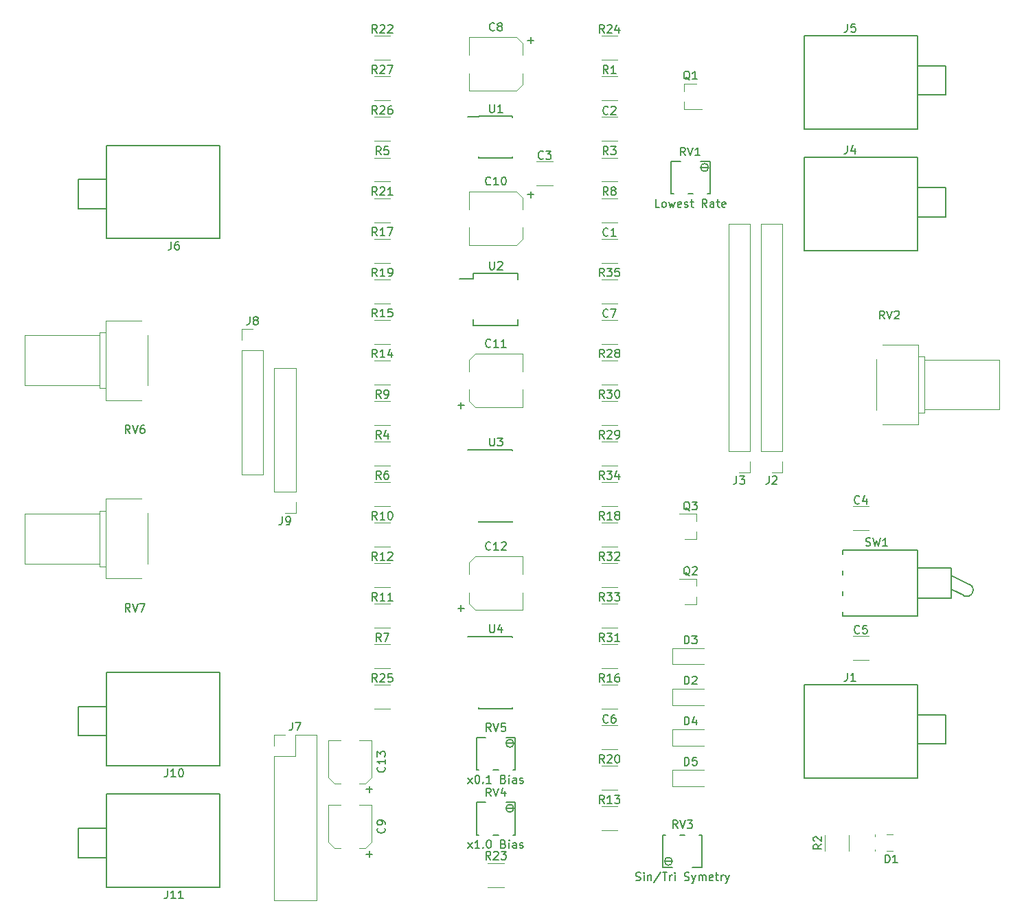
<source format=gbr>
G04 #@! TF.GenerationSoftware,KiCad,Pcbnew,(5.1.5)-3*
G04 #@! TF.CreationDate,2020-12-06T19:13:11-07:00*
G04 #@! TF.ProjectId,LFO,4c464f2e-6b69-4636-9164-5f7063625858,rev?*
G04 #@! TF.SameCoordinates,Original*
G04 #@! TF.FileFunction,Legend,Top*
G04 #@! TF.FilePolarity,Positive*
%FSLAX46Y46*%
G04 Gerber Fmt 4.6, Leading zero omitted, Abs format (unit mm)*
G04 Created by KiCad (PCBNEW (5.1.5)-3) date 2020-12-06 19:13:11*
%MOMM*%
%LPD*%
G04 APERTURE LIST*
%ADD10C,0.150000*%
%ADD11C,0.120000*%
G04 APERTURE END LIST*
D10*
X68166666Y-23652380D02*
X67690476Y-23652380D01*
X67690476Y-22652380D01*
X68642857Y-23652380D02*
X68547619Y-23604761D01*
X68500000Y-23557142D01*
X68452380Y-23461904D01*
X68452380Y-23176190D01*
X68500000Y-23080952D01*
X68547619Y-23033333D01*
X68642857Y-22985714D01*
X68785714Y-22985714D01*
X68880952Y-23033333D01*
X68928571Y-23080952D01*
X68976190Y-23176190D01*
X68976190Y-23461904D01*
X68928571Y-23557142D01*
X68880952Y-23604761D01*
X68785714Y-23652380D01*
X68642857Y-23652380D01*
X69309523Y-22985714D02*
X69500000Y-23652380D01*
X69690476Y-23176190D01*
X69880952Y-23652380D01*
X70071428Y-22985714D01*
X70833333Y-23604761D02*
X70738095Y-23652380D01*
X70547619Y-23652380D01*
X70452380Y-23604761D01*
X70404761Y-23509523D01*
X70404761Y-23128571D01*
X70452380Y-23033333D01*
X70547619Y-22985714D01*
X70738095Y-22985714D01*
X70833333Y-23033333D01*
X70880952Y-23128571D01*
X70880952Y-23223809D01*
X70404761Y-23319047D01*
X71261904Y-23604761D02*
X71357142Y-23652380D01*
X71547619Y-23652380D01*
X71642857Y-23604761D01*
X71690476Y-23509523D01*
X71690476Y-23461904D01*
X71642857Y-23366666D01*
X71547619Y-23319047D01*
X71404761Y-23319047D01*
X71309523Y-23271428D01*
X71261904Y-23176190D01*
X71261904Y-23128571D01*
X71309523Y-23033333D01*
X71404761Y-22985714D01*
X71547619Y-22985714D01*
X71642857Y-23033333D01*
X71976190Y-22985714D02*
X72357142Y-22985714D01*
X72119047Y-22652380D02*
X72119047Y-23509523D01*
X72166666Y-23604761D01*
X72261904Y-23652380D01*
X72357142Y-23652380D01*
X74023809Y-23652380D02*
X73690476Y-23176190D01*
X73452380Y-23652380D02*
X73452380Y-22652380D01*
X73833333Y-22652380D01*
X73928571Y-22700000D01*
X73976190Y-22747619D01*
X74023809Y-22842857D01*
X74023809Y-22985714D01*
X73976190Y-23080952D01*
X73928571Y-23128571D01*
X73833333Y-23176190D01*
X73452380Y-23176190D01*
X74880952Y-23652380D02*
X74880952Y-23128571D01*
X74833333Y-23033333D01*
X74738095Y-22985714D01*
X74547619Y-22985714D01*
X74452380Y-23033333D01*
X74880952Y-23604761D02*
X74785714Y-23652380D01*
X74547619Y-23652380D01*
X74452380Y-23604761D01*
X74404761Y-23509523D01*
X74404761Y-23414285D01*
X74452380Y-23319047D01*
X74547619Y-23271428D01*
X74785714Y-23271428D01*
X74880952Y-23223809D01*
X75214285Y-22985714D02*
X75595238Y-22985714D01*
X75357142Y-22652380D02*
X75357142Y-23509523D01*
X75404761Y-23604761D01*
X75500000Y-23652380D01*
X75595238Y-23652380D01*
X76309523Y-23604761D02*
X76214285Y-23652380D01*
X76023809Y-23652380D01*
X75928571Y-23604761D01*
X75880952Y-23509523D01*
X75880952Y-23128571D01*
X75928571Y-23033333D01*
X76023809Y-22985714D01*
X76214285Y-22985714D01*
X76309523Y-23033333D01*
X76357142Y-23128571D01*
X76357142Y-23223809D01*
X75880952Y-23319047D01*
X44571428Y-94652380D02*
X45095238Y-93985714D01*
X44571428Y-93985714D02*
X45095238Y-94652380D01*
X45666666Y-93652380D02*
X45761904Y-93652380D01*
X45857142Y-93700000D01*
X45904761Y-93747619D01*
X45952380Y-93842857D01*
X46000000Y-94033333D01*
X46000000Y-94271428D01*
X45952380Y-94461904D01*
X45904761Y-94557142D01*
X45857142Y-94604761D01*
X45761904Y-94652380D01*
X45666666Y-94652380D01*
X45571428Y-94604761D01*
X45523809Y-94557142D01*
X45476190Y-94461904D01*
X45428571Y-94271428D01*
X45428571Y-94033333D01*
X45476190Y-93842857D01*
X45523809Y-93747619D01*
X45571428Y-93700000D01*
X45666666Y-93652380D01*
X46428571Y-94557142D02*
X46476190Y-94604761D01*
X46428571Y-94652380D01*
X46380952Y-94604761D01*
X46428571Y-94557142D01*
X46428571Y-94652380D01*
X47428571Y-94652380D02*
X46857142Y-94652380D01*
X47142857Y-94652380D02*
X47142857Y-93652380D01*
X47047619Y-93795238D01*
X46952380Y-93890476D01*
X46857142Y-93938095D01*
X48952380Y-94128571D02*
X49095238Y-94176190D01*
X49142857Y-94223809D01*
X49190476Y-94319047D01*
X49190476Y-94461904D01*
X49142857Y-94557142D01*
X49095238Y-94604761D01*
X49000000Y-94652380D01*
X48619047Y-94652380D01*
X48619047Y-93652380D01*
X48952380Y-93652380D01*
X49047619Y-93700000D01*
X49095238Y-93747619D01*
X49142857Y-93842857D01*
X49142857Y-93938095D01*
X49095238Y-94033333D01*
X49047619Y-94080952D01*
X48952380Y-94128571D01*
X48619047Y-94128571D01*
X49619047Y-94652380D02*
X49619047Y-93985714D01*
X49619047Y-93652380D02*
X49571428Y-93700000D01*
X49619047Y-93747619D01*
X49666666Y-93700000D01*
X49619047Y-93652380D01*
X49619047Y-93747619D01*
X50523809Y-94652380D02*
X50523809Y-94128571D01*
X50476190Y-94033333D01*
X50380952Y-93985714D01*
X50190476Y-93985714D01*
X50095238Y-94033333D01*
X50523809Y-94604761D02*
X50428571Y-94652380D01*
X50190476Y-94652380D01*
X50095238Y-94604761D01*
X50047619Y-94509523D01*
X50047619Y-94414285D01*
X50095238Y-94319047D01*
X50190476Y-94271428D01*
X50428571Y-94271428D01*
X50523809Y-94223809D01*
X50952380Y-94604761D02*
X51047619Y-94652380D01*
X51238095Y-94652380D01*
X51333333Y-94604761D01*
X51380952Y-94509523D01*
X51380952Y-94461904D01*
X51333333Y-94366666D01*
X51238095Y-94319047D01*
X51095238Y-94319047D01*
X51000000Y-94271428D01*
X50952380Y-94176190D01*
X50952380Y-94128571D01*
X51000000Y-94033333D01*
X51095238Y-93985714D01*
X51238095Y-93985714D01*
X51333333Y-94033333D01*
X44571428Y-102652380D02*
X45095238Y-101985714D01*
X44571428Y-101985714D02*
X45095238Y-102652380D01*
X46000000Y-102652380D02*
X45428571Y-102652380D01*
X45714285Y-102652380D02*
X45714285Y-101652380D01*
X45619047Y-101795238D01*
X45523809Y-101890476D01*
X45428571Y-101938095D01*
X46428571Y-102557142D02*
X46476190Y-102604761D01*
X46428571Y-102652380D01*
X46380952Y-102604761D01*
X46428571Y-102557142D01*
X46428571Y-102652380D01*
X47095238Y-101652380D02*
X47190476Y-101652380D01*
X47285714Y-101700000D01*
X47333333Y-101747619D01*
X47380952Y-101842857D01*
X47428571Y-102033333D01*
X47428571Y-102271428D01*
X47380952Y-102461904D01*
X47333333Y-102557142D01*
X47285714Y-102604761D01*
X47190476Y-102652380D01*
X47095238Y-102652380D01*
X47000000Y-102604761D01*
X46952380Y-102557142D01*
X46904761Y-102461904D01*
X46857142Y-102271428D01*
X46857142Y-102033333D01*
X46904761Y-101842857D01*
X46952380Y-101747619D01*
X47000000Y-101700000D01*
X47095238Y-101652380D01*
X48952380Y-102128571D02*
X49095238Y-102176190D01*
X49142857Y-102223809D01*
X49190476Y-102319047D01*
X49190476Y-102461904D01*
X49142857Y-102557142D01*
X49095238Y-102604761D01*
X49000000Y-102652380D01*
X48619047Y-102652380D01*
X48619047Y-101652380D01*
X48952380Y-101652380D01*
X49047619Y-101700000D01*
X49095238Y-101747619D01*
X49142857Y-101842857D01*
X49142857Y-101938095D01*
X49095238Y-102033333D01*
X49047619Y-102080952D01*
X48952380Y-102128571D01*
X48619047Y-102128571D01*
X49619047Y-102652380D02*
X49619047Y-101985714D01*
X49619047Y-101652380D02*
X49571428Y-101700000D01*
X49619047Y-101747619D01*
X49666666Y-101700000D01*
X49619047Y-101652380D01*
X49619047Y-101747619D01*
X50523809Y-102652380D02*
X50523809Y-102128571D01*
X50476190Y-102033333D01*
X50380952Y-101985714D01*
X50190476Y-101985714D01*
X50095238Y-102033333D01*
X50523809Y-102604761D02*
X50428571Y-102652380D01*
X50190476Y-102652380D01*
X50095238Y-102604761D01*
X50047619Y-102509523D01*
X50047619Y-102414285D01*
X50095238Y-102319047D01*
X50190476Y-102271428D01*
X50428571Y-102271428D01*
X50523809Y-102223809D01*
X50952380Y-102604761D02*
X51047619Y-102652380D01*
X51238095Y-102652380D01*
X51333333Y-102604761D01*
X51380952Y-102509523D01*
X51380952Y-102461904D01*
X51333333Y-102366666D01*
X51238095Y-102319047D01*
X51095238Y-102319047D01*
X51000000Y-102271428D01*
X50952380Y-102176190D01*
X50952380Y-102128571D01*
X51000000Y-102033333D01*
X51095238Y-101985714D01*
X51238095Y-101985714D01*
X51333333Y-102033333D01*
X65261904Y-106604761D02*
X65404761Y-106652380D01*
X65642857Y-106652380D01*
X65738095Y-106604761D01*
X65785714Y-106557142D01*
X65833333Y-106461904D01*
X65833333Y-106366666D01*
X65785714Y-106271428D01*
X65738095Y-106223809D01*
X65642857Y-106176190D01*
X65452380Y-106128571D01*
X65357142Y-106080952D01*
X65309523Y-106033333D01*
X65261904Y-105938095D01*
X65261904Y-105842857D01*
X65309523Y-105747619D01*
X65357142Y-105700000D01*
X65452380Y-105652380D01*
X65690476Y-105652380D01*
X65833333Y-105700000D01*
X66261904Y-106652380D02*
X66261904Y-105985714D01*
X66261904Y-105652380D02*
X66214285Y-105700000D01*
X66261904Y-105747619D01*
X66309523Y-105700000D01*
X66261904Y-105652380D01*
X66261904Y-105747619D01*
X66738095Y-105985714D02*
X66738095Y-106652380D01*
X66738095Y-106080952D02*
X66785714Y-106033333D01*
X66880952Y-105985714D01*
X67023809Y-105985714D01*
X67119047Y-106033333D01*
X67166666Y-106128571D01*
X67166666Y-106652380D01*
X68357142Y-105604761D02*
X67500000Y-106890476D01*
X68547619Y-105652380D02*
X69119047Y-105652380D01*
X68833333Y-106652380D02*
X68833333Y-105652380D01*
X69452380Y-106652380D02*
X69452380Y-105985714D01*
X69452380Y-106176190D02*
X69500000Y-106080952D01*
X69547619Y-106033333D01*
X69642857Y-105985714D01*
X69738095Y-105985714D01*
X70071428Y-106652380D02*
X70071428Y-105985714D01*
X70071428Y-105652380D02*
X70023809Y-105700000D01*
X70071428Y-105747619D01*
X70119047Y-105700000D01*
X70071428Y-105652380D01*
X70071428Y-105747619D01*
X71261904Y-106604761D02*
X71404761Y-106652380D01*
X71642857Y-106652380D01*
X71738095Y-106604761D01*
X71785714Y-106557142D01*
X71833333Y-106461904D01*
X71833333Y-106366666D01*
X71785714Y-106271428D01*
X71738095Y-106223809D01*
X71642857Y-106176190D01*
X71452380Y-106128571D01*
X71357142Y-106080952D01*
X71309523Y-106033333D01*
X71261904Y-105938095D01*
X71261904Y-105842857D01*
X71309523Y-105747619D01*
X71357142Y-105700000D01*
X71452380Y-105652380D01*
X71690476Y-105652380D01*
X71833333Y-105700000D01*
X72166666Y-105985714D02*
X72404761Y-106652380D01*
X72642857Y-105985714D02*
X72404761Y-106652380D01*
X72309523Y-106890476D01*
X72261904Y-106938095D01*
X72166666Y-106985714D01*
X73023809Y-106652380D02*
X73023809Y-105985714D01*
X73023809Y-106080952D02*
X73071428Y-106033333D01*
X73166666Y-105985714D01*
X73309523Y-105985714D01*
X73404761Y-106033333D01*
X73452380Y-106128571D01*
X73452380Y-106652380D01*
X73452380Y-106128571D02*
X73500000Y-106033333D01*
X73595238Y-105985714D01*
X73738095Y-105985714D01*
X73833333Y-106033333D01*
X73880952Y-106128571D01*
X73880952Y-106652380D01*
X74738095Y-106604761D02*
X74642857Y-106652380D01*
X74452380Y-106652380D01*
X74357142Y-106604761D01*
X74309523Y-106509523D01*
X74309523Y-106128571D01*
X74357142Y-106033333D01*
X74452380Y-105985714D01*
X74642857Y-105985714D01*
X74738095Y-106033333D01*
X74785714Y-106128571D01*
X74785714Y-106223809D01*
X74309523Y-106319047D01*
X75071428Y-105985714D02*
X75452380Y-105985714D01*
X75214285Y-105652380D02*
X75214285Y-106509523D01*
X75261904Y-106604761D01*
X75357142Y-106652380D01*
X75452380Y-106652380D01*
X75785714Y-106652380D02*
X75785714Y-105985714D01*
X75785714Y-106176190D02*
X75833333Y-106080952D01*
X75880952Y-106033333D01*
X75976190Y-105985714D01*
X76071428Y-105985714D01*
X76309523Y-105985714D02*
X76547619Y-106652380D01*
X76785714Y-105985714D02*
X76547619Y-106652380D01*
X76452380Y-106890476D01*
X76404761Y-106938095D01*
X76309523Y-106985714D01*
X50133600Y-89730000D02*
X50209131Y-89730000D01*
X49270000Y-89730000D02*
X50133600Y-89730000D01*
X50209131Y-89730000D02*
G75*
G03X50209131Y-89730000I-481931J0D01*
G01*
X50400000Y-93000000D02*
X50100000Y-93000000D01*
X45600000Y-93000000D02*
X45900000Y-93000000D01*
X49250000Y-89000000D02*
X50400000Y-89000000D01*
X45600000Y-93000000D02*
X45600000Y-89000000D01*
X48300000Y-93000000D02*
X47700000Y-93000000D01*
X50400000Y-89000000D02*
X50400000Y-93000000D01*
X45600000Y-89000000D02*
X46750000Y-89000000D01*
X50133600Y-97730000D02*
X50209131Y-97730000D01*
X49270000Y-97730000D02*
X50133600Y-97730000D01*
X50209131Y-97730000D02*
G75*
G03X50209131Y-97730000I-481931J0D01*
G01*
X50400000Y-101000000D02*
X50100000Y-101000000D01*
X45600000Y-101000000D02*
X45900000Y-101000000D01*
X49250000Y-97000000D02*
X50400000Y-97000000D01*
X45600000Y-101000000D02*
X45600000Y-97000000D01*
X48300000Y-101000000D02*
X47700000Y-101000000D01*
X50400000Y-97000000D02*
X50400000Y-101000000D01*
X45600000Y-97000000D02*
X46750000Y-97000000D01*
X68866400Y-104270000D02*
X68790869Y-104270000D01*
X69730000Y-104270000D02*
X68866400Y-104270000D01*
X69754731Y-104270000D02*
G75*
G03X69754731Y-104270000I-481931J0D01*
G01*
X68600000Y-101000000D02*
X68900000Y-101000000D01*
X73400000Y-101000000D02*
X73100000Y-101000000D01*
X69750000Y-105000000D02*
X68600000Y-105000000D01*
X73400000Y-101000000D02*
X73400000Y-105000000D01*
X70700000Y-101000000D02*
X71300000Y-101000000D01*
X68600000Y-105000000D02*
X68600000Y-101000000D01*
X73400000Y-105000000D02*
X72250000Y-105000000D01*
X74133600Y-18730000D02*
X74209131Y-18730000D01*
X73270000Y-18730000D02*
X74133600Y-18730000D01*
X74209131Y-18730000D02*
G75*
G03X74209131Y-18730000I-481931J0D01*
G01*
X74400000Y-22000000D02*
X74100000Y-22000000D01*
X69600000Y-22000000D02*
X69900000Y-22000000D01*
X73250000Y-18000000D02*
X74400000Y-18000000D01*
X69600000Y-22000000D02*
X69600000Y-18000000D01*
X72300000Y-22000000D02*
X71700000Y-22000000D01*
X74400000Y-18000000D02*
X74400000Y-22000000D01*
X69600000Y-18000000D02*
X70750000Y-18000000D01*
D11*
X110060000Y-42440000D02*
X110060000Y-48560000D01*
X100860000Y-42440000D02*
X100860000Y-48560000D01*
X100860000Y-48560000D02*
X110060000Y-48560000D01*
X100860000Y-42440000D02*
X110060000Y-42440000D01*
X100860000Y-42040000D02*
X100860000Y-48960000D01*
X100060000Y-42040000D02*
X100060000Y-48960000D01*
X100060000Y-48960000D02*
X100860000Y-48960000D01*
X100060000Y-42040000D02*
X100860000Y-42040000D01*
X100060000Y-40590000D02*
X100060000Y-50410000D01*
X94940000Y-42375000D02*
X94940000Y-48625000D01*
X95695000Y-50410000D02*
X100060000Y-50410000D01*
X95695000Y-40590000D02*
X100060000Y-40590000D01*
D10*
X100000000Y-6200000D02*
X103500000Y-6200000D01*
X103500000Y-9800000D02*
X103500000Y-6200000D01*
X100000000Y-9800000D02*
X103500000Y-9800000D01*
X100000000Y-2500000D02*
X100000000Y-14000000D01*
X86000000Y-2500000D02*
X100000000Y-2500000D01*
X86000000Y-14000000D02*
X86000000Y-2500000D01*
X100000000Y-14000000D02*
X86000000Y-14000000D01*
X100000000Y-29000000D02*
X86000000Y-29000000D01*
X86000000Y-29000000D02*
X86000000Y-17500000D01*
X86000000Y-17500000D02*
X100000000Y-17500000D01*
X100000000Y-17500000D02*
X100000000Y-29000000D01*
X100000000Y-24800000D02*
X103500000Y-24800000D01*
X103500000Y-24800000D02*
X103500000Y-21200000D01*
X100000000Y-21200000D02*
X103500000Y-21200000D01*
D11*
X83330000Y-56330000D02*
X82000000Y-56330000D01*
X83330000Y-55000000D02*
X83330000Y-56330000D01*
X83330000Y-53730000D02*
X80670000Y-53730000D01*
X80670000Y-53730000D02*
X80670000Y-25730000D01*
X83330000Y-53730000D02*
X83330000Y-25730000D01*
X83330000Y-25730000D02*
X80670000Y-25730000D01*
X92000000Y-79480000D02*
X94000000Y-79480000D01*
X94000000Y-76520000D02*
X92000000Y-76520000D01*
D10*
X100000000Y-74065000D02*
X100000000Y-65935000D01*
X100000000Y-65935000D02*
X90730000Y-65935000D01*
X100000000Y-74065000D02*
X90730000Y-74065000D01*
X90730000Y-74065000D02*
X90729000Y-73492500D01*
X90729000Y-71524000D02*
X90729000Y-71016000D01*
X90729000Y-68984000D02*
X90729000Y-68476000D01*
X90729000Y-65936000D02*
X90729000Y-66444000D01*
X100000000Y-71865000D02*
X104100000Y-71865000D01*
X104100000Y-71865000D02*
X104100000Y-68135000D01*
X100000000Y-68135000D02*
X104100000Y-68135000D01*
X104127500Y-70698500D02*
X105715000Y-71524000D01*
X106350000Y-70127000D02*
X104127500Y-69047500D01*
X106401026Y-70113848D02*
G75*
G02X105664201Y-71523999I-355826J-711652D01*
G01*
X100000000Y-94000000D02*
X86000000Y-94000000D01*
X86000000Y-94000000D02*
X86000000Y-82500000D01*
X86000000Y-82500000D02*
X100000000Y-82500000D01*
X100000000Y-82500000D02*
X100000000Y-94000000D01*
X100000000Y-89800000D02*
X103500000Y-89800000D01*
X103500000Y-89800000D02*
X103500000Y-86200000D01*
X100000000Y-86200000D02*
X103500000Y-86200000D01*
D11*
X94720000Y-101175000D02*
X94720000Y-100990000D01*
X94720000Y-103010000D02*
X94720000Y-102825000D01*
X94730000Y-100990000D02*
X94720000Y-100990000D01*
X96920000Y-100990000D02*
X96189000Y-100990000D01*
X94730000Y-103010000D02*
X94720000Y-103010000D01*
X96920000Y-103010000D02*
X96189000Y-103010000D01*
X94000000Y-60520000D02*
X92000000Y-60520000D01*
X92000000Y-63480000D02*
X94000000Y-63480000D01*
X88520000Y-103000000D02*
X88520000Y-101000000D01*
X91480000Y-101000000D02*
X91480000Y-103000000D01*
X4305000Y-47410000D02*
X-60000Y-47410000D01*
X4305000Y-37590000D02*
X-60000Y-37590000D01*
X5060000Y-45625000D02*
X5060000Y-39375000D01*
X-60000Y-47410000D02*
X-60000Y-37590000D01*
X-60000Y-45960000D02*
X-860000Y-45960000D01*
X-60000Y-39040000D02*
X-860000Y-39040000D01*
X-60000Y-45960000D02*
X-60000Y-39040000D01*
X-860000Y-45960000D02*
X-860000Y-39040000D01*
X-860000Y-45560000D02*
X-10060000Y-45560000D01*
X-860000Y-39440000D02*
X-10060000Y-39440000D01*
X-860000Y-45560000D02*
X-860000Y-39440000D01*
X-10060000Y-45560000D02*
X-10060000Y-39440000D01*
X-10060000Y-67560000D02*
X-10060000Y-61440000D01*
X-860000Y-67560000D02*
X-860000Y-61440000D01*
X-860000Y-61440000D02*
X-10060000Y-61440000D01*
X-860000Y-67560000D02*
X-10060000Y-67560000D01*
X-860000Y-67960000D02*
X-860000Y-61040000D01*
X-60000Y-67960000D02*
X-60000Y-61040000D01*
X-60000Y-61040000D02*
X-860000Y-61040000D01*
X-60000Y-67960000D02*
X-860000Y-67960000D01*
X-60000Y-69410000D02*
X-60000Y-59590000D01*
X5060000Y-67625000D02*
X5060000Y-61375000D01*
X4305000Y-59590000D02*
X-60000Y-59590000D01*
X4305000Y-69410000D02*
X-60000Y-69410000D01*
D10*
X0Y-81000000D02*
X14000000Y-81000000D01*
X14000000Y-81000000D02*
X14000000Y-92500000D01*
X14000000Y-92500000D02*
X0Y-92500000D01*
X0Y-92500000D02*
X0Y-81000000D01*
X0Y-85200000D02*
X-3500000Y-85200000D01*
X-3500000Y-85200000D02*
X-3500000Y-88800000D01*
X0Y-88800000D02*
X-3500000Y-88800000D01*
X0Y-23800000D02*
X-3500000Y-23800000D01*
X-3500000Y-20200000D02*
X-3500000Y-23800000D01*
X0Y-20200000D02*
X-3500000Y-20200000D01*
X0Y-27500000D02*
X0Y-16000000D01*
X14000000Y-27500000D02*
X0Y-27500000D01*
X14000000Y-16000000D02*
X14000000Y-27500000D01*
X0Y-16000000D02*
X14000000Y-16000000D01*
D11*
X16670000Y-38670000D02*
X18000000Y-38670000D01*
X16670000Y-40000000D02*
X16670000Y-38670000D01*
X16670000Y-41270000D02*
X19330000Y-41270000D01*
X19330000Y-41270000D02*
X19330000Y-56570000D01*
X16670000Y-41270000D02*
X16670000Y-56570000D01*
X16670000Y-56570000D02*
X19330000Y-56570000D01*
D10*
X0Y-103800000D02*
X-3500000Y-103800000D01*
X-3500000Y-100200000D02*
X-3500000Y-103800000D01*
X0Y-100200000D02*
X-3500000Y-100200000D01*
X0Y-107500000D02*
X0Y-96000000D01*
X14000000Y-107500000D02*
X0Y-107500000D01*
X14000000Y-96000000D02*
X14000000Y-107500000D01*
X0Y-96000000D02*
X14000000Y-96000000D01*
D11*
X72760000Y-64580000D02*
X72760000Y-63650000D01*
X72760000Y-61420000D02*
X72760000Y-62350000D01*
X72760000Y-61420000D02*
X70600000Y-61420000D01*
X72760000Y-64580000D02*
X71300000Y-64580000D01*
X51300000Y-48300000D02*
X51300000Y-46120000D01*
X51300000Y-41700000D02*
X51300000Y-43880000D01*
X44700000Y-47540000D02*
X44700000Y-46120000D01*
X44700000Y-42460000D02*
X44700000Y-43880000D01*
X51300000Y-48300000D02*
X45460000Y-48300000D01*
X45460000Y-48300000D02*
X44700000Y-47540000D01*
X44700000Y-42460000D02*
X45460000Y-41700000D01*
X45460000Y-41700000D02*
X51300000Y-41700000D01*
X23330000Y-43430000D02*
X20670000Y-43430000D01*
X23330000Y-58730000D02*
X23330000Y-43430000D01*
X20670000Y-58730000D02*
X20670000Y-43430000D01*
X23330000Y-58730000D02*
X20670000Y-58730000D01*
X23330000Y-60000000D02*
X23330000Y-61330000D01*
X23330000Y-61330000D02*
X22000000Y-61330000D01*
X20670000Y-88670000D02*
X22000000Y-88670000D01*
X20670000Y-90000000D02*
X20670000Y-88670000D01*
X23270000Y-88670000D02*
X25870000Y-88670000D01*
X23270000Y-91270000D02*
X23270000Y-88670000D01*
X20670000Y-91270000D02*
X23270000Y-91270000D01*
X25870000Y-88670000D02*
X25870000Y-109110000D01*
X20670000Y-91270000D02*
X20670000Y-109110000D01*
X20670000Y-109110000D02*
X25870000Y-109110000D01*
X79330000Y-25730000D02*
X76670000Y-25730000D01*
X79330000Y-53730000D02*
X79330000Y-25730000D01*
X76670000Y-53730000D02*
X76670000Y-25730000D01*
X79330000Y-53730000D02*
X76670000Y-53730000D01*
X79330000Y-55000000D02*
X79330000Y-56330000D01*
X79330000Y-56330000D02*
X78000000Y-56330000D01*
X63000000Y-27520000D02*
X61000000Y-27520000D01*
X61000000Y-30480000D02*
X63000000Y-30480000D01*
X61000000Y-15480000D02*
X63000000Y-15480000D01*
X63000000Y-12520000D02*
X61000000Y-12520000D01*
X61000000Y-90480000D02*
X63000000Y-90480000D01*
X63000000Y-87520000D02*
X61000000Y-87520000D01*
X63000000Y-37520000D02*
X61000000Y-37520000D01*
X61000000Y-40480000D02*
X63000000Y-40480000D01*
X44700000Y-2700000D02*
X44700000Y-4880000D01*
X44700000Y-9300000D02*
X44700000Y-7120000D01*
X51300000Y-3460000D02*
X51300000Y-4880000D01*
X51300000Y-8540000D02*
X51300000Y-7120000D01*
X44700000Y-2700000D02*
X50540000Y-2700000D01*
X50540000Y-2700000D02*
X51300000Y-3460000D01*
X51300000Y-8540000D02*
X50540000Y-9300000D01*
X50540000Y-9300000D02*
X44700000Y-9300000D01*
X32670000Y-97330000D02*
X31120000Y-97330000D01*
X27330000Y-97330000D02*
X28880000Y-97330000D01*
X31910000Y-102670000D02*
X31120000Y-102670000D01*
X28090000Y-102670000D02*
X28880000Y-102670000D01*
X27330000Y-97330000D02*
X27330000Y-101910000D01*
X27330000Y-101910000D02*
X28090000Y-102670000D01*
X31910000Y-102670000D02*
X32670000Y-101910000D01*
X32670000Y-101910000D02*
X32670000Y-97330000D01*
X50540000Y-28300000D02*
X44700000Y-28300000D01*
X51300000Y-27540000D02*
X50540000Y-28300000D01*
X50540000Y-21700000D02*
X51300000Y-22460000D01*
X44700000Y-21700000D02*
X50540000Y-21700000D01*
X51300000Y-27540000D02*
X51300000Y-26120000D01*
X51300000Y-22460000D02*
X51300000Y-23880000D01*
X44700000Y-28300000D02*
X44700000Y-26120000D01*
X44700000Y-21700000D02*
X44700000Y-23880000D01*
X45460000Y-66700000D02*
X51300000Y-66700000D01*
X44700000Y-67460000D02*
X45460000Y-66700000D01*
X45460000Y-73300000D02*
X44700000Y-72540000D01*
X51300000Y-73300000D02*
X45460000Y-73300000D01*
X44700000Y-67460000D02*
X44700000Y-68880000D01*
X44700000Y-72540000D02*
X44700000Y-71120000D01*
X51300000Y-66700000D02*
X51300000Y-68880000D01*
X51300000Y-73300000D02*
X51300000Y-71120000D01*
X32670000Y-93910000D02*
X32670000Y-89330000D01*
X31910000Y-94670000D02*
X32670000Y-93910000D01*
X27330000Y-93910000D02*
X28090000Y-94670000D01*
X27330000Y-89330000D02*
X27330000Y-93910000D01*
X28090000Y-94670000D02*
X28880000Y-94670000D01*
X31910000Y-94670000D02*
X31120000Y-94670000D01*
X27330000Y-89330000D02*
X28880000Y-89330000D01*
X32670000Y-89330000D02*
X31120000Y-89330000D01*
X71240000Y-8420000D02*
X72700000Y-8420000D01*
X71240000Y-11580000D02*
X73400000Y-11580000D01*
X71240000Y-11580000D02*
X71240000Y-10650000D01*
X71240000Y-8420000D02*
X71240000Y-9350000D01*
X72760000Y-72580000D02*
X71300000Y-72580000D01*
X72760000Y-69420000D02*
X70600000Y-69420000D01*
X72760000Y-69420000D02*
X72760000Y-70350000D01*
X72760000Y-72580000D02*
X72760000Y-71650000D01*
X61000000Y-7520000D02*
X63000000Y-7520000D01*
X63000000Y-10480000D02*
X61000000Y-10480000D01*
X63000000Y-20480000D02*
X61000000Y-20480000D01*
X61000000Y-17520000D02*
X63000000Y-17520000D01*
X35000000Y-55480000D02*
X33000000Y-55480000D01*
X33000000Y-52520000D02*
X35000000Y-52520000D01*
X35000000Y-20480000D02*
X33000000Y-20480000D01*
X33000000Y-17520000D02*
X35000000Y-17520000D01*
X33000000Y-57520000D02*
X35000000Y-57520000D01*
X35000000Y-60480000D02*
X33000000Y-60480000D01*
X33000000Y-77520000D02*
X35000000Y-77520000D01*
X35000000Y-80480000D02*
X33000000Y-80480000D01*
X63000000Y-25480000D02*
X61000000Y-25480000D01*
X61000000Y-22520000D02*
X63000000Y-22520000D01*
X35000000Y-50480000D02*
X33000000Y-50480000D01*
X33000000Y-47520000D02*
X35000000Y-47520000D01*
X33000000Y-62520000D02*
X35000000Y-62520000D01*
X35000000Y-65480000D02*
X33000000Y-65480000D01*
X35000000Y-75480000D02*
X33000000Y-75480000D01*
X33000000Y-72520000D02*
X35000000Y-72520000D01*
X33000000Y-67520000D02*
X35000000Y-67520000D01*
X35000000Y-70480000D02*
X33000000Y-70480000D01*
X63000000Y-100480000D02*
X61000000Y-100480000D01*
X61000000Y-97520000D02*
X63000000Y-97520000D01*
X33000000Y-42520000D02*
X35000000Y-42520000D01*
X35000000Y-45480000D02*
X33000000Y-45480000D01*
X33000000Y-37520000D02*
X35000000Y-37520000D01*
X35000000Y-40480000D02*
X33000000Y-40480000D01*
X63000000Y-85480000D02*
X61000000Y-85480000D01*
X61000000Y-82520000D02*
X63000000Y-82520000D01*
X33000000Y-27520000D02*
X35000000Y-27520000D01*
X35000000Y-30480000D02*
X33000000Y-30480000D01*
X63000000Y-65480000D02*
X61000000Y-65480000D01*
X61000000Y-62520000D02*
X63000000Y-62520000D01*
X35000000Y-35480000D02*
X33000000Y-35480000D01*
X33000000Y-32520000D02*
X35000000Y-32520000D01*
X61000000Y-92520000D02*
X63000000Y-92520000D01*
X63000000Y-95480000D02*
X61000000Y-95480000D01*
X35000000Y-25480000D02*
X33000000Y-25480000D01*
X33000000Y-22520000D02*
X35000000Y-22520000D01*
X33000000Y-2520000D02*
X35000000Y-2520000D01*
X35000000Y-5480000D02*
X33000000Y-5480000D01*
X47000000Y-104520000D02*
X49000000Y-104520000D01*
X49000000Y-107480000D02*
X47000000Y-107480000D01*
X63000000Y-5480000D02*
X61000000Y-5480000D01*
X61000000Y-2520000D02*
X63000000Y-2520000D01*
X33000000Y-82520000D02*
X35000000Y-82520000D01*
X35000000Y-85480000D02*
X33000000Y-85480000D01*
X35000000Y-15480000D02*
X33000000Y-15480000D01*
X33000000Y-12520000D02*
X35000000Y-12520000D01*
X33000000Y-7520000D02*
X35000000Y-7520000D01*
X35000000Y-10480000D02*
X33000000Y-10480000D01*
X63000000Y-45480000D02*
X61000000Y-45480000D01*
X61000000Y-42520000D02*
X63000000Y-42520000D01*
X63000000Y-55480000D02*
X61000000Y-55480000D01*
X61000000Y-52520000D02*
X63000000Y-52520000D01*
X61000000Y-47520000D02*
X63000000Y-47520000D01*
X63000000Y-50480000D02*
X61000000Y-50480000D01*
X61000000Y-77520000D02*
X63000000Y-77520000D01*
X63000000Y-80480000D02*
X61000000Y-80480000D01*
X61000000Y-67520000D02*
X63000000Y-67520000D01*
X63000000Y-70480000D02*
X61000000Y-70480000D01*
X61000000Y-72520000D02*
X63000000Y-72520000D01*
X63000000Y-75480000D02*
X61000000Y-75480000D01*
X63000000Y-60480000D02*
X61000000Y-60480000D01*
X61000000Y-57520000D02*
X63000000Y-57520000D01*
X61000000Y-32520000D02*
X63000000Y-32520000D01*
X63000000Y-35480000D02*
X61000000Y-35480000D01*
D10*
X45925000Y-12475000D02*
X44525000Y-12475000D01*
X45925000Y-17575000D02*
X50075000Y-17575000D01*
X45925000Y-12425000D02*
X50075000Y-12425000D01*
X45925000Y-17575000D02*
X45925000Y-17430000D01*
X50075000Y-17575000D02*
X50075000Y-17430000D01*
X50075000Y-12425000D02*
X50075000Y-12570000D01*
X45925000Y-12425000D02*
X45925000Y-12475000D01*
X45250000Y-32450000D02*
X43500000Y-32450000D01*
X45250000Y-38205000D02*
X50750000Y-38205000D01*
X45250000Y-31795000D02*
X50750000Y-31795000D01*
X45250000Y-38205000D02*
X45250000Y-37455000D01*
X50750000Y-38205000D02*
X50750000Y-37455000D01*
X50750000Y-31795000D02*
X50750000Y-32545000D01*
X45250000Y-31795000D02*
X45250000Y-32450000D01*
X45925000Y-53550000D02*
X45925000Y-53575000D01*
X50075000Y-53550000D02*
X50075000Y-53665000D01*
X50075000Y-62450000D02*
X50075000Y-62335000D01*
X45925000Y-62450000D02*
X45925000Y-62335000D01*
X45925000Y-53550000D02*
X50075000Y-53550000D01*
X45925000Y-62450000D02*
X50075000Y-62450000D01*
X45925000Y-53575000D02*
X44550000Y-53575000D01*
X45925000Y-76575000D02*
X44550000Y-76575000D01*
X45925000Y-85450000D02*
X50075000Y-85450000D01*
X45925000Y-76550000D02*
X50075000Y-76550000D01*
X45925000Y-85450000D02*
X45925000Y-85335000D01*
X50075000Y-85450000D02*
X50075000Y-85335000D01*
X50075000Y-76550000D02*
X50075000Y-76665000D01*
X45925000Y-76550000D02*
X45925000Y-76575000D01*
D11*
X69750000Y-83000000D02*
X73650000Y-83000000D01*
X69750000Y-85000000D02*
X73650000Y-85000000D01*
X69750000Y-83000000D02*
X69750000Y-85000000D01*
X69750000Y-78000000D02*
X69750000Y-80000000D01*
X69750000Y-80000000D02*
X73650000Y-80000000D01*
X69750000Y-78000000D02*
X73650000Y-78000000D01*
X69750000Y-88000000D02*
X73650000Y-88000000D01*
X69750000Y-90000000D02*
X73650000Y-90000000D01*
X69750000Y-88000000D02*
X69750000Y-90000000D01*
X69750000Y-93000000D02*
X69750000Y-95000000D01*
X69750000Y-95000000D02*
X73650000Y-95000000D01*
X69750000Y-93000000D02*
X73650000Y-93000000D01*
X53000000Y-20980000D02*
X55000000Y-20980000D01*
X55000000Y-18020000D02*
X53000000Y-18020000D01*
D10*
X47404761Y-88252380D02*
X47071428Y-87776190D01*
X46833333Y-88252380D02*
X46833333Y-87252380D01*
X47214285Y-87252380D01*
X47309523Y-87300000D01*
X47357142Y-87347619D01*
X47404761Y-87442857D01*
X47404761Y-87585714D01*
X47357142Y-87680952D01*
X47309523Y-87728571D01*
X47214285Y-87776190D01*
X46833333Y-87776190D01*
X47690476Y-87252380D02*
X48023809Y-88252380D01*
X48357142Y-87252380D01*
X49166666Y-87252380D02*
X48690476Y-87252380D01*
X48642857Y-87728571D01*
X48690476Y-87680952D01*
X48785714Y-87633333D01*
X49023809Y-87633333D01*
X49119047Y-87680952D01*
X49166666Y-87728571D01*
X49214285Y-87823809D01*
X49214285Y-88061904D01*
X49166666Y-88157142D01*
X49119047Y-88204761D01*
X49023809Y-88252380D01*
X48785714Y-88252380D01*
X48690476Y-88204761D01*
X48642857Y-88157142D01*
X47404761Y-96252380D02*
X47071428Y-95776190D01*
X46833333Y-96252380D02*
X46833333Y-95252380D01*
X47214285Y-95252380D01*
X47309523Y-95300000D01*
X47357142Y-95347619D01*
X47404761Y-95442857D01*
X47404761Y-95585714D01*
X47357142Y-95680952D01*
X47309523Y-95728571D01*
X47214285Y-95776190D01*
X46833333Y-95776190D01*
X47690476Y-95252380D02*
X48023809Y-96252380D01*
X48357142Y-95252380D01*
X49119047Y-95585714D02*
X49119047Y-96252380D01*
X48880952Y-95204761D02*
X48642857Y-95919047D01*
X49261904Y-95919047D01*
X70404761Y-100201180D02*
X70071428Y-99724990D01*
X69833333Y-100201180D02*
X69833333Y-99201180D01*
X70214285Y-99201180D01*
X70309523Y-99248800D01*
X70357142Y-99296419D01*
X70404761Y-99391657D01*
X70404761Y-99534514D01*
X70357142Y-99629752D01*
X70309523Y-99677371D01*
X70214285Y-99724990D01*
X69833333Y-99724990D01*
X70690476Y-99201180D02*
X71023809Y-100201180D01*
X71357142Y-99201180D01*
X71595238Y-99201180D02*
X72214285Y-99201180D01*
X71880952Y-99582133D01*
X72023809Y-99582133D01*
X72119047Y-99629752D01*
X72166666Y-99677371D01*
X72214285Y-99772609D01*
X72214285Y-100010704D01*
X72166666Y-100105942D01*
X72119047Y-100153561D01*
X72023809Y-100201180D01*
X71738095Y-100201180D01*
X71642857Y-100153561D01*
X71595238Y-100105942D01*
X71354761Y-17252380D02*
X71021428Y-16776190D01*
X70783333Y-17252380D02*
X70783333Y-16252380D01*
X71164285Y-16252380D01*
X71259523Y-16300000D01*
X71307142Y-16347619D01*
X71354761Y-16442857D01*
X71354761Y-16585714D01*
X71307142Y-16680952D01*
X71259523Y-16728571D01*
X71164285Y-16776190D01*
X70783333Y-16776190D01*
X71640476Y-16252380D02*
X71973809Y-17252380D01*
X72307142Y-16252380D01*
X73164285Y-17252380D02*
X72592857Y-17252380D01*
X72878571Y-17252380D02*
X72878571Y-16252380D01*
X72783333Y-16395238D01*
X72688095Y-16490476D01*
X72592857Y-16538095D01*
X95904761Y-37402380D02*
X95571428Y-36926190D01*
X95333333Y-37402380D02*
X95333333Y-36402380D01*
X95714285Y-36402380D01*
X95809523Y-36450000D01*
X95857142Y-36497619D01*
X95904761Y-36592857D01*
X95904761Y-36735714D01*
X95857142Y-36830952D01*
X95809523Y-36878571D01*
X95714285Y-36926190D01*
X95333333Y-36926190D01*
X96190476Y-36402380D02*
X96523809Y-37402380D01*
X96857142Y-36402380D01*
X97142857Y-36497619D02*
X97190476Y-36450000D01*
X97285714Y-36402380D01*
X97523809Y-36402380D01*
X97619047Y-36450000D01*
X97666666Y-36497619D01*
X97714285Y-36592857D01*
X97714285Y-36688095D01*
X97666666Y-36830952D01*
X97095238Y-37402380D01*
X97714285Y-37402380D01*
X91348166Y-1038880D02*
X91348166Y-1753166D01*
X91300547Y-1896023D01*
X91205309Y-1991261D01*
X91062452Y-2038880D01*
X90967214Y-2038880D01*
X92300547Y-1038880D02*
X91824357Y-1038880D01*
X91776738Y-1515071D01*
X91824357Y-1467452D01*
X91919595Y-1419833D01*
X92157690Y-1419833D01*
X92252928Y-1467452D01*
X92300547Y-1515071D01*
X92348166Y-1610309D01*
X92348166Y-1848404D01*
X92300547Y-1943642D01*
X92252928Y-1991261D01*
X92157690Y-2038880D01*
X91919595Y-2038880D01*
X91824357Y-1991261D01*
X91776738Y-1943642D01*
X91348166Y-16038880D02*
X91348166Y-16753166D01*
X91300547Y-16896023D01*
X91205309Y-16991261D01*
X91062452Y-17038880D01*
X90967214Y-17038880D01*
X92252928Y-16372214D02*
X92252928Y-17038880D01*
X92014833Y-15991261D02*
X91776738Y-16705547D01*
X92395785Y-16705547D01*
X81666666Y-56782380D02*
X81666666Y-57496666D01*
X81619047Y-57639523D01*
X81523809Y-57734761D01*
X81380952Y-57782380D01*
X81285714Y-57782380D01*
X82095238Y-56877619D02*
X82142857Y-56830000D01*
X82238095Y-56782380D01*
X82476190Y-56782380D01*
X82571428Y-56830000D01*
X82619047Y-56877619D01*
X82666666Y-56972857D01*
X82666666Y-57068095D01*
X82619047Y-57210952D01*
X82047619Y-57782380D01*
X82666666Y-57782380D01*
X92833333Y-76107142D02*
X92785714Y-76154761D01*
X92642857Y-76202380D01*
X92547619Y-76202380D01*
X92404761Y-76154761D01*
X92309523Y-76059523D01*
X92261904Y-75964285D01*
X92214285Y-75773809D01*
X92214285Y-75630952D01*
X92261904Y-75440476D01*
X92309523Y-75345238D01*
X92404761Y-75250000D01*
X92547619Y-75202380D01*
X92642857Y-75202380D01*
X92785714Y-75250000D01*
X92833333Y-75297619D01*
X93738095Y-75202380D02*
X93261904Y-75202380D01*
X93214285Y-75678571D01*
X93261904Y-75630952D01*
X93357142Y-75583333D01*
X93595238Y-75583333D01*
X93690476Y-75630952D01*
X93738095Y-75678571D01*
X93785714Y-75773809D01*
X93785714Y-76011904D01*
X93738095Y-76107142D01*
X93690476Y-76154761D01*
X93595238Y-76202380D01*
X93357142Y-76202380D01*
X93261904Y-76154761D01*
X93214285Y-76107142D01*
X93616666Y-65354761D02*
X93759523Y-65402380D01*
X93997619Y-65402380D01*
X94092857Y-65354761D01*
X94140476Y-65307142D01*
X94188095Y-65211904D01*
X94188095Y-65116666D01*
X94140476Y-65021428D01*
X94092857Y-64973809D01*
X93997619Y-64926190D01*
X93807142Y-64878571D01*
X93711904Y-64830952D01*
X93664285Y-64783333D01*
X93616666Y-64688095D01*
X93616666Y-64592857D01*
X93664285Y-64497619D01*
X93711904Y-64450000D01*
X93807142Y-64402380D01*
X94045238Y-64402380D01*
X94188095Y-64450000D01*
X94521428Y-64402380D02*
X94759523Y-65402380D01*
X94950000Y-64688095D01*
X95140476Y-65402380D01*
X95378571Y-64402380D01*
X96283333Y-65402380D02*
X95711904Y-65402380D01*
X95997619Y-65402380D02*
X95997619Y-64402380D01*
X95902380Y-64545238D01*
X95807142Y-64640476D01*
X95711904Y-64688095D01*
X91348166Y-81038880D02*
X91348166Y-81753166D01*
X91300547Y-81896023D01*
X91205309Y-81991261D01*
X91062452Y-82038880D01*
X90967214Y-82038880D01*
X92348166Y-82038880D02*
X91776738Y-82038880D01*
X92062452Y-82038880D02*
X92062452Y-81038880D01*
X91967214Y-81181738D01*
X91871976Y-81276976D01*
X91776738Y-81324595D01*
X95991904Y-104462380D02*
X95991904Y-103462380D01*
X96230000Y-103462380D01*
X96372857Y-103510000D01*
X96468095Y-103605238D01*
X96515714Y-103700476D01*
X96563333Y-103890952D01*
X96563333Y-104033809D01*
X96515714Y-104224285D01*
X96468095Y-104319523D01*
X96372857Y-104414761D01*
X96230000Y-104462380D01*
X95991904Y-104462380D01*
X97515714Y-104462380D02*
X96944285Y-104462380D01*
X97230000Y-104462380D02*
X97230000Y-103462380D01*
X97134761Y-103605238D01*
X97039523Y-103700476D01*
X96944285Y-103748095D01*
X92833333Y-60107142D02*
X92785714Y-60154761D01*
X92642857Y-60202380D01*
X92547619Y-60202380D01*
X92404761Y-60154761D01*
X92309523Y-60059523D01*
X92261904Y-59964285D01*
X92214285Y-59773809D01*
X92214285Y-59630952D01*
X92261904Y-59440476D01*
X92309523Y-59345238D01*
X92404761Y-59250000D01*
X92547619Y-59202380D01*
X92642857Y-59202380D01*
X92785714Y-59250000D01*
X92833333Y-59297619D01*
X93690476Y-59535714D02*
X93690476Y-60202380D01*
X93452380Y-59154761D02*
X93214285Y-59869047D01*
X93833333Y-59869047D01*
X88152380Y-102166666D02*
X87676190Y-102500000D01*
X88152380Y-102738095D02*
X87152380Y-102738095D01*
X87152380Y-102357142D01*
X87200000Y-102261904D01*
X87247619Y-102214285D01*
X87342857Y-102166666D01*
X87485714Y-102166666D01*
X87580952Y-102214285D01*
X87628571Y-102261904D01*
X87676190Y-102357142D01*
X87676190Y-102738095D01*
X87247619Y-101785714D02*
X87200000Y-101738095D01*
X87152380Y-101642857D01*
X87152380Y-101404761D01*
X87200000Y-101309523D01*
X87247619Y-101261904D01*
X87342857Y-101214285D01*
X87438095Y-101214285D01*
X87580952Y-101261904D01*
X88152380Y-101833333D01*
X88152380Y-101214285D01*
X2904761Y-51502380D02*
X2571428Y-51026190D01*
X2333333Y-51502380D02*
X2333333Y-50502380D01*
X2714285Y-50502380D01*
X2809523Y-50550000D01*
X2857142Y-50597619D01*
X2904761Y-50692857D01*
X2904761Y-50835714D01*
X2857142Y-50930952D01*
X2809523Y-50978571D01*
X2714285Y-51026190D01*
X2333333Y-51026190D01*
X3190476Y-50502380D02*
X3523809Y-51502380D01*
X3857142Y-50502380D01*
X4619047Y-50502380D02*
X4428571Y-50502380D01*
X4333333Y-50550000D01*
X4285714Y-50597619D01*
X4190476Y-50740476D01*
X4142857Y-50930952D01*
X4142857Y-51311904D01*
X4190476Y-51407142D01*
X4238095Y-51454761D01*
X4333333Y-51502380D01*
X4523809Y-51502380D01*
X4619047Y-51454761D01*
X4666666Y-51407142D01*
X4714285Y-51311904D01*
X4714285Y-51073809D01*
X4666666Y-50978571D01*
X4619047Y-50930952D01*
X4523809Y-50883333D01*
X4333333Y-50883333D01*
X4238095Y-50930952D01*
X4190476Y-50978571D01*
X4142857Y-51073809D01*
X2904761Y-73502380D02*
X2571428Y-73026190D01*
X2333333Y-73502380D02*
X2333333Y-72502380D01*
X2714285Y-72502380D01*
X2809523Y-72550000D01*
X2857142Y-72597619D01*
X2904761Y-72692857D01*
X2904761Y-72835714D01*
X2857142Y-72930952D01*
X2809523Y-72978571D01*
X2714285Y-73026190D01*
X2333333Y-73026190D01*
X3190476Y-72502380D02*
X3523809Y-73502380D01*
X3857142Y-72502380D01*
X4095238Y-72502380D02*
X4761904Y-72502380D01*
X4333333Y-73502380D01*
X7508976Y-92865880D02*
X7508976Y-93580166D01*
X7461357Y-93723023D01*
X7366119Y-93818261D01*
X7223261Y-93865880D01*
X7128023Y-93865880D01*
X8508976Y-93865880D02*
X7937547Y-93865880D01*
X8223261Y-93865880D02*
X8223261Y-92865880D01*
X8128023Y-93008738D01*
X8032785Y-93103976D01*
X7937547Y-93151595D01*
X9128023Y-92865880D02*
X9223261Y-92865880D01*
X9318500Y-92913500D01*
X9366119Y-92961119D01*
X9413738Y-93056357D01*
X9461357Y-93246833D01*
X9461357Y-93484928D01*
X9413738Y-93675404D01*
X9366119Y-93770642D01*
X9318500Y-93818261D01*
X9223261Y-93865880D01*
X9128023Y-93865880D01*
X9032785Y-93818261D01*
X8985166Y-93770642D01*
X8937547Y-93675404D01*
X8889928Y-93484928D01*
X8889928Y-93246833D01*
X8937547Y-93056357D01*
X8985166Y-92961119D01*
X9032785Y-92913500D01*
X9128023Y-92865880D01*
X7985166Y-27865880D02*
X7985166Y-28580166D01*
X7937547Y-28723023D01*
X7842309Y-28818261D01*
X7699452Y-28865880D01*
X7604214Y-28865880D01*
X8889928Y-27865880D02*
X8699452Y-27865880D01*
X8604214Y-27913500D01*
X8556595Y-27961119D01*
X8461357Y-28103976D01*
X8413738Y-28294452D01*
X8413738Y-28675404D01*
X8461357Y-28770642D01*
X8508976Y-28818261D01*
X8604214Y-28865880D01*
X8794690Y-28865880D01*
X8889928Y-28818261D01*
X8937547Y-28770642D01*
X8985166Y-28675404D01*
X8985166Y-28437309D01*
X8937547Y-28342071D01*
X8889928Y-28294452D01*
X8794690Y-28246833D01*
X8604214Y-28246833D01*
X8508976Y-28294452D01*
X8461357Y-28342071D01*
X8413738Y-28437309D01*
X17666666Y-37122380D02*
X17666666Y-37836666D01*
X17619047Y-37979523D01*
X17523809Y-38074761D01*
X17380952Y-38122380D01*
X17285714Y-38122380D01*
X18285714Y-37550952D02*
X18190476Y-37503333D01*
X18142857Y-37455714D01*
X18095238Y-37360476D01*
X18095238Y-37312857D01*
X18142857Y-37217619D01*
X18190476Y-37170000D01*
X18285714Y-37122380D01*
X18476190Y-37122380D01*
X18571428Y-37170000D01*
X18619047Y-37217619D01*
X18666666Y-37312857D01*
X18666666Y-37360476D01*
X18619047Y-37455714D01*
X18571428Y-37503333D01*
X18476190Y-37550952D01*
X18285714Y-37550952D01*
X18190476Y-37598571D01*
X18142857Y-37646190D01*
X18095238Y-37741428D01*
X18095238Y-37931904D01*
X18142857Y-38027142D01*
X18190476Y-38074761D01*
X18285714Y-38122380D01*
X18476190Y-38122380D01*
X18571428Y-38074761D01*
X18619047Y-38027142D01*
X18666666Y-37931904D01*
X18666666Y-37741428D01*
X18619047Y-37646190D01*
X18571428Y-37598571D01*
X18476190Y-37550952D01*
X7508976Y-107865880D02*
X7508976Y-108580166D01*
X7461357Y-108723023D01*
X7366119Y-108818261D01*
X7223261Y-108865880D01*
X7128023Y-108865880D01*
X8508976Y-108865880D02*
X7937547Y-108865880D01*
X8223261Y-108865880D02*
X8223261Y-107865880D01*
X8128023Y-108008738D01*
X8032785Y-108103976D01*
X7937547Y-108151595D01*
X9461357Y-108865880D02*
X8889928Y-108865880D01*
X9175642Y-108865880D02*
X9175642Y-107865880D01*
X9080404Y-108008738D01*
X8985166Y-108103976D01*
X8889928Y-108151595D01*
X71904761Y-61047619D02*
X71809523Y-61000000D01*
X71714285Y-60904761D01*
X71571428Y-60761904D01*
X71476190Y-60714285D01*
X71380952Y-60714285D01*
X71428571Y-60952380D02*
X71333333Y-60904761D01*
X71238095Y-60809523D01*
X71190476Y-60619047D01*
X71190476Y-60285714D01*
X71238095Y-60095238D01*
X71333333Y-60000000D01*
X71428571Y-59952380D01*
X71619047Y-59952380D01*
X71714285Y-60000000D01*
X71809523Y-60095238D01*
X71857142Y-60285714D01*
X71857142Y-60619047D01*
X71809523Y-60809523D01*
X71714285Y-60904761D01*
X71619047Y-60952380D01*
X71428571Y-60952380D01*
X72190476Y-59952380D02*
X72809523Y-59952380D01*
X72476190Y-60333333D01*
X72619047Y-60333333D01*
X72714285Y-60380952D01*
X72761904Y-60428571D01*
X72809523Y-60523809D01*
X72809523Y-60761904D01*
X72761904Y-60857142D01*
X72714285Y-60904761D01*
X72619047Y-60952380D01*
X72333333Y-60952380D01*
X72238095Y-60904761D01*
X72190476Y-60857142D01*
X47357142Y-40807142D02*
X47309523Y-40854761D01*
X47166666Y-40902380D01*
X47071428Y-40902380D01*
X46928571Y-40854761D01*
X46833333Y-40759523D01*
X46785714Y-40664285D01*
X46738095Y-40473809D01*
X46738095Y-40330952D01*
X46785714Y-40140476D01*
X46833333Y-40045238D01*
X46928571Y-39950000D01*
X47071428Y-39902380D01*
X47166666Y-39902380D01*
X47309523Y-39950000D01*
X47357142Y-39997619D01*
X48309523Y-40902380D02*
X47738095Y-40902380D01*
X48023809Y-40902380D02*
X48023809Y-39902380D01*
X47928571Y-40045238D01*
X47833333Y-40140476D01*
X47738095Y-40188095D01*
X49261904Y-40902380D02*
X48690476Y-40902380D01*
X48976190Y-40902380D02*
X48976190Y-39902380D01*
X48880952Y-40045238D01*
X48785714Y-40140476D01*
X48690476Y-40188095D01*
X43339047Y-48081428D02*
X44100952Y-48081428D01*
X43720000Y-48462380D02*
X43720000Y-47700476D01*
X21666666Y-61782380D02*
X21666666Y-62496666D01*
X21619047Y-62639523D01*
X21523809Y-62734761D01*
X21380952Y-62782380D01*
X21285714Y-62782380D01*
X22190476Y-62782380D02*
X22380952Y-62782380D01*
X22476190Y-62734761D01*
X22523809Y-62687142D01*
X22619047Y-62544285D01*
X22666666Y-62353809D01*
X22666666Y-61972857D01*
X22619047Y-61877619D01*
X22571428Y-61830000D01*
X22476190Y-61782380D01*
X22285714Y-61782380D01*
X22190476Y-61830000D01*
X22142857Y-61877619D01*
X22095238Y-61972857D01*
X22095238Y-62210952D01*
X22142857Y-62306190D01*
X22190476Y-62353809D01*
X22285714Y-62401428D01*
X22476190Y-62401428D01*
X22571428Y-62353809D01*
X22619047Y-62306190D01*
X22666666Y-62210952D01*
X22936666Y-87122380D02*
X22936666Y-87836666D01*
X22889047Y-87979523D01*
X22793809Y-88074761D01*
X22650952Y-88122380D01*
X22555714Y-88122380D01*
X23317619Y-87122380D02*
X23984285Y-87122380D01*
X23555714Y-88122380D01*
X77666666Y-56782380D02*
X77666666Y-57496666D01*
X77619047Y-57639523D01*
X77523809Y-57734761D01*
X77380952Y-57782380D01*
X77285714Y-57782380D01*
X78047619Y-56782380D02*
X78666666Y-56782380D01*
X78333333Y-57163333D01*
X78476190Y-57163333D01*
X78571428Y-57210952D01*
X78619047Y-57258571D01*
X78666666Y-57353809D01*
X78666666Y-57591904D01*
X78619047Y-57687142D01*
X78571428Y-57734761D01*
X78476190Y-57782380D01*
X78190476Y-57782380D01*
X78095238Y-57734761D01*
X78047619Y-57687142D01*
X61833333Y-27107142D02*
X61785714Y-27154761D01*
X61642857Y-27202380D01*
X61547619Y-27202380D01*
X61404761Y-27154761D01*
X61309523Y-27059523D01*
X61261904Y-26964285D01*
X61214285Y-26773809D01*
X61214285Y-26630952D01*
X61261904Y-26440476D01*
X61309523Y-26345238D01*
X61404761Y-26250000D01*
X61547619Y-26202380D01*
X61642857Y-26202380D01*
X61785714Y-26250000D01*
X61833333Y-26297619D01*
X62785714Y-27202380D02*
X62214285Y-27202380D01*
X62500000Y-27202380D02*
X62500000Y-26202380D01*
X62404761Y-26345238D01*
X62309523Y-26440476D01*
X62214285Y-26488095D01*
X61833333Y-12107142D02*
X61785714Y-12154761D01*
X61642857Y-12202380D01*
X61547619Y-12202380D01*
X61404761Y-12154761D01*
X61309523Y-12059523D01*
X61261904Y-11964285D01*
X61214285Y-11773809D01*
X61214285Y-11630952D01*
X61261904Y-11440476D01*
X61309523Y-11345238D01*
X61404761Y-11250000D01*
X61547619Y-11202380D01*
X61642857Y-11202380D01*
X61785714Y-11250000D01*
X61833333Y-11297619D01*
X62214285Y-11297619D02*
X62261904Y-11250000D01*
X62357142Y-11202380D01*
X62595238Y-11202380D01*
X62690476Y-11250000D01*
X62738095Y-11297619D01*
X62785714Y-11392857D01*
X62785714Y-11488095D01*
X62738095Y-11630952D01*
X62166666Y-12202380D01*
X62785714Y-12202380D01*
X61833333Y-87107142D02*
X61785714Y-87154761D01*
X61642857Y-87202380D01*
X61547619Y-87202380D01*
X61404761Y-87154761D01*
X61309523Y-87059523D01*
X61261904Y-86964285D01*
X61214285Y-86773809D01*
X61214285Y-86630952D01*
X61261904Y-86440476D01*
X61309523Y-86345238D01*
X61404761Y-86250000D01*
X61547619Y-86202380D01*
X61642857Y-86202380D01*
X61785714Y-86250000D01*
X61833333Y-86297619D01*
X62690476Y-86202380D02*
X62500000Y-86202380D01*
X62404761Y-86250000D01*
X62357142Y-86297619D01*
X62261904Y-86440476D01*
X62214285Y-86630952D01*
X62214285Y-87011904D01*
X62261904Y-87107142D01*
X62309523Y-87154761D01*
X62404761Y-87202380D01*
X62595238Y-87202380D01*
X62690476Y-87154761D01*
X62738095Y-87107142D01*
X62785714Y-87011904D01*
X62785714Y-86773809D01*
X62738095Y-86678571D01*
X62690476Y-86630952D01*
X62595238Y-86583333D01*
X62404761Y-86583333D01*
X62309523Y-86630952D01*
X62261904Y-86678571D01*
X62214285Y-86773809D01*
X61833333Y-37107142D02*
X61785714Y-37154761D01*
X61642857Y-37202380D01*
X61547619Y-37202380D01*
X61404761Y-37154761D01*
X61309523Y-37059523D01*
X61261904Y-36964285D01*
X61214285Y-36773809D01*
X61214285Y-36630952D01*
X61261904Y-36440476D01*
X61309523Y-36345238D01*
X61404761Y-36250000D01*
X61547619Y-36202380D01*
X61642857Y-36202380D01*
X61785714Y-36250000D01*
X61833333Y-36297619D01*
X62166666Y-36202380D02*
X62833333Y-36202380D01*
X62404761Y-37202380D01*
X47833333Y-1797142D02*
X47785714Y-1844761D01*
X47642857Y-1892380D01*
X47547619Y-1892380D01*
X47404761Y-1844761D01*
X47309523Y-1749523D01*
X47261904Y-1654285D01*
X47214285Y-1463809D01*
X47214285Y-1320952D01*
X47261904Y-1130476D01*
X47309523Y-1035238D01*
X47404761Y-940000D01*
X47547619Y-892380D01*
X47642857Y-892380D01*
X47785714Y-940000D01*
X47833333Y-987619D01*
X48404761Y-1320952D02*
X48309523Y-1273333D01*
X48261904Y-1225714D01*
X48214285Y-1130476D01*
X48214285Y-1082857D01*
X48261904Y-987619D01*
X48309523Y-940000D01*
X48404761Y-892380D01*
X48595238Y-892380D01*
X48690476Y-940000D01*
X48738095Y-987619D01*
X48785714Y-1082857D01*
X48785714Y-1130476D01*
X48738095Y-1225714D01*
X48690476Y-1273333D01*
X48595238Y-1320952D01*
X48404761Y-1320952D01*
X48309523Y-1368571D01*
X48261904Y-1416190D01*
X48214285Y-1511428D01*
X48214285Y-1701904D01*
X48261904Y-1797142D01*
X48309523Y-1844761D01*
X48404761Y-1892380D01*
X48595238Y-1892380D01*
X48690476Y-1844761D01*
X48738095Y-1797142D01*
X48785714Y-1701904D01*
X48785714Y-1511428D01*
X48738095Y-1416190D01*
X48690476Y-1368571D01*
X48595238Y-1320952D01*
X51899047Y-3061428D02*
X52660952Y-3061428D01*
X52280000Y-3442380D02*
X52280000Y-2680476D01*
X34277142Y-100166666D02*
X34324761Y-100214285D01*
X34372380Y-100357142D01*
X34372380Y-100452380D01*
X34324761Y-100595238D01*
X34229523Y-100690476D01*
X34134285Y-100738095D01*
X33943809Y-100785714D01*
X33800952Y-100785714D01*
X33610476Y-100738095D01*
X33515238Y-100690476D01*
X33420000Y-100595238D01*
X33372380Y-100452380D01*
X33372380Y-100357142D01*
X33420000Y-100214285D01*
X33467619Y-100166666D01*
X34372380Y-99690476D02*
X34372380Y-99500000D01*
X34324761Y-99404761D01*
X34277142Y-99357142D01*
X34134285Y-99261904D01*
X33943809Y-99214285D01*
X33562857Y-99214285D01*
X33467619Y-99261904D01*
X33420000Y-99309523D01*
X33372380Y-99404761D01*
X33372380Y-99595238D01*
X33420000Y-99690476D01*
X33467619Y-99738095D01*
X33562857Y-99785714D01*
X33800952Y-99785714D01*
X33896190Y-99738095D01*
X33943809Y-99690476D01*
X33991428Y-99595238D01*
X33991428Y-99404761D01*
X33943809Y-99309523D01*
X33896190Y-99261904D01*
X33800952Y-99214285D01*
X32421428Y-103760952D02*
X32421428Y-102999047D01*
X32802380Y-103380000D02*
X32040476Y-103380000D01*
X47357142Y-20797142D02*
X47309523Y-20844761D01*
X47166666Y-20892380D01*
X47071428Y-20892380D01*
X46928571Y-20844761D01*
X46833333Y-20749523D01*
X46785714Y-20654285D01*
X46738095Y-20463809D01*
X46738095Y-20320952D01*
X46785714Y-20130476D01*
X46833333Y-20035238D01*
X46928571Y-19940000D01*
X47071428Y-19892380D01*
X47166666Y-19892380D01*
X47309523Y-19940000D01*
X47357142Y-19987619D01*
X48309523Y-20892380D02*
X47738095Y-20892380D01*
X48023809Y-20892380D02*
X48023809Y-19892380D01*
X47928571Y-20035238D01*
X47833333Y-20130476D01*
X47738095Y-20178095D01*
X48928571Y-19892380D02*
X49023809Y-19892380D01*
X49119047Y-19940000D01*
X49166666Y-19987619D01*
X49214285Y-20082857D01*
X49261904Y-20273333D01*
X49261904Y-20511428D01*
X49214285Y-20701904D01*
X49166666Y-20797142D01*
X49119047Y-20844761D01*
X49023809Y-20892380D01*
X48928571Y-20892380D01*
X48833333Y-20844761D01*
X48785714Y-20797142D01*
X48738095Y-20701904D01*
X48690476Y-20511428D01*
X48690476Y-20273333D01*
X48738095Y-20082857D01*
X48785714Y-19987619D01*
X48833333Y-19940000D01*
X48928571Y-19892380D01*
X51899047Y-22061428D02*
X52660952Y-22061428D01*
X52280000Y-22442380D02*
X52280000Y-21680476D01*
X47357142Y-65807142D02*
X47309523Y-65854761D01*
X47166666Y-65902380D01*
X47071428Y-65902380D01*
X46928571Y-65854761D01*
X46833333Y-65759523D01*
X46785714Y-65664285D01*
X46738095Y-65473809D01*
X46738095Y-65330952D01*
X46785714Y-65140476D01*
X46833333Y-65045238D01*
X46928571Y-64950000D01*
X47071428Y-64902380D01*
X47166666Y-64902380D01*
X47309523Y-64950000D01*
X47357142Y-64997619D01*
X48309523Y-65902380D02*
X47738095Y-65902380D01*
X48023809Y-65902380D02*
X48023809Y-64902380D01*
X47928571Y-65045238D01*
X47833333Y-65140476D01*
X47738095Y-65188095D01*
X48690476Y-64997619D02*
X48738095Y-64950000D01*
X48833333Y-64902380D01*
X49071428Y-64902380D01*
X49166666Y-64950000D01*
X49214285Y-64997619D01*
X49261904Y-65092857D01*
X49261904Y-65188095D01*
X49214285Y-65330952D01*
X48642857Y-65902380D01*
X49261904Y-65902380D01*
X43339047Y-73081428D02*
X44100952Y-73081428D01*
X43720000Y-73462380D02*
X43720000Y-72700476D01*
X34277142Y-92642857D02*
X34324761Y-92690476D01*
X34372380Y-92833333D01*
X34372380Y-92928571D01*
X34324761Y-93071428D01*
X34229523Y-93166666D01*
X34134285Y-93214285D01*
X33943809Y-93261904D01*
X33800952Y-93261904D01*
X33610476Y-93214285D01*
X33515238Y-93166666D01*
X33420000Y-93071428D01*
X33372380Y-92928571D01*
X33372380Y-92833333D01*
X33420000Y-92690476D01*
X33467619Y-92642857D01*
X34372380Y-91690476D02*
X34372380Y-92261904D01*
X34372380Y-91976190D02*
X33372380Y-91976190D01*
X33515238Y-92071428D01*
X33610476Y-92166666D01*
X33658095Y-92261904D01*
X33372380Y-91357142D02*
X33372380Y-90738095D01*
X33753333Y-91071428D01*
X33753333Y-90928571D01*
X33800952Y-90833333D01*
X33848571Y-90785714D01*
X33943809Y-90738095D01*
X34181904Y-90738095D01*
X34277142Y-90785714D01*
X34324761Y-90833333D01*
X34372380Y-90928571D01*
X34372380Y-91214285D01*
X34324761Y-91309523D01*
X34277142Y-91357142D01*
X32421428Y-95760952D02*
X32421428Y-94999047D01*
X32802380Y-95380000D02*
X32040476Y-95380000D01*
X71904761Y-7947619D02*
X71809523Y-7900000D01*
X71714285Y-7804761D01*
X71571428Y-7661904D01*
X71476190Y-7614285D01*
X71380952Y-7614285D01*
X71428571Y-7852380D02*
X71333333Y-7804761D01*
X71238095Y-7709523D01*
X71190476Y-7519047D01*
X71190476Y-7185714D01*
X71238095Y-6995238D01*
X71333333Y-6900000D01*
X71428571Y-6852380D01*
X71619047Y-6852380D01*
X71714285Y-6900000D01*
X71809523Y-6995238D01*
X71857142Y-7185714D01*
X71857142Y-7519047D01*
X71809523Y-7709523D01*
X71714285Y-7804761D01*
X71619047Y-7852380D01*
X71428571Y-7852380D01*
X72809523Y-7852380D02*
X72238095Y-7852380D01*
X72523809Y-7852380D02*
X72523809Y-6852380D01*
X72428571Y-6995238D01*
X72333333Y-7090476D01*
X72238095Y-7138095D01*
X71904761Y-69047619D02*
X71809523Y-69000000D01*
X71714285Y-68904761D01*
X71571428Y-68761904D01*
X71476190Y-68714285D01*
X71380952Y-68714285D01*
X71428571Y-68952380D02*
X71333333Y-68904761D01*
X71238095Y-68809523D01*
X71190476Y-68619047D01*
X71190476Y-68285714D01*
X71238095Y-68095238D01*
X71333333Y-68000000D01*
X71428571Y-67952380D01*
X71619047Y-67952380D01*
X71714285Y-68000000D01*
X71809523Y-68095238D01*
X71857142Y-68285714D01*
X71857142Y-68619047D01*
X71809523Y-68809523D01*
X71714285Y-68904761D01*
X71619047Y-68952380D01*
X71428571Y-68952380D01*
X72238095Y-68047619D02*
X72285714Y-68000000D01*
X72380952Y-67952380D01*
X72619047Y-67952380D01*
X72714285Y-68000000D01*
X72761904Y-68047619D01*
X72809523Y-68142857D01*
X72809523Y-68238095D01*
X72761904Y-68380952D01*
X72190476Y-68952380D01*
X72809523Y-68952380D01*
X61833333Y-7152380D02*
X61500000Y-6676190D01*
X61261904Y-7152380D02*
X61261904Y-6152380D01*
X61642857Y-6152380D01*
X61738095Y-6200000D01*
X61785714Y-6247619D01*
X61833333Y-6342857D01*
X61833333Y-6485714D01*
X61785714Y-6580952D01*
X61738095Y-6628571D01*
X61642857Y-6676190D01*
X61261904Y-6676190D01*
X62785714Y-7152380D02*
X62214285Y-7152380D01*
X62500000Y-7152380D02*
X62500000Y-6152380D01*
X62404761Y-6295238D01*
X62309523Y-6390476D01*
X62214285Y-6438095D01*
X61833333Y-17152380D02*
X61500000Y-16676190D01*
X61261904Y-17152380D02*
X61261904Y-16152380D01*
X61642857Y-16152380D01*
X61738095Y-16200000D01*
X61785714Y-16247619D01*
X61833333Y-16342857D01*
X61833333Y-16485714D01*
X61785714Y-16580952D01*
X61738095Y-16628571D01*
X61642857Y-16676190D01*
X61261904Y-16676190D01*
X62166666Y-16152380D02*
X62785714Y-16152380D01*
X62452380Y-16533333D01*
X62595238Y-16533333D01*
X62690476Y-16580952D01*
X62738095Y-16628571D01*
X62785714Y-16723809D01*
X62785714Y-16961904D01*
X62738095Y-17057142D01*
X62690476Y-17104761D01*
X62595238Y-17152380D01*
X62309523Y-17152380D01*
X62214285Y-17104761D01*
X62166666Y-17057142D01*
X33833333Y-52152380D02*
X33500000Y-51676190D01*
X33261904Y-52152380D02*
X33261904Y-51152380D01*
X33642857Y-51152380D01*
X33738095Y-51200000D01*
X33785714Y-51247619D01*
X33833333Y-51342857D01*
X33833333Y-51485714D01*
X33785714Y-51580952D01*
X33738095Y-51628571D01*
X33642857Y-51676190D01*
X33261904Y-51676190D01*
X34690476Y-51485714D02*
X34690476Y-52152380D01*
X34452380Y-51104761D02*
X34214285Y-51819047D01*
X34833333Y-51819047D01*
X33833333Y-17152380D02*
X33500000Y-16676190D01*
X33261904Y-17152380D02*
X33261904Y-16152380D01*
X33642857Y-16152380D01*
X33738095Y-16200000D01*
X33785714Y-16247619D01*
X33833333Y-16342857D01*
X33833333Y-16485714D01*
X33785714Y-16580952D01*
X33738095Y-16628571D01*
X33642857Y-16676190D01*
X33261904Y-16676190D01*
X34738095Y-16152380D02*
X34261904Y-16152380D01*
X34214285Y-16628571D01*
X34261904Y-16580952D01*
X34357142Y-16533333D01*
X34595238Y-16533333D01*
X34690476Y-16580952D01*
X34738095Y-16628571D01*
X34785714Y-16723809D01*
X34785714Y-16961904D01*
X34738095Y-17057142D01*
X34690476Y-17104761D01*
X34595238Y-17152380D01*
X34357142Y-17152380D01*
X34261904Y-17104761D01*
X34214285Y-17057142D01*
X33833333Y-57152380D02*
X33500000Y-56676190D01*
X33261904Y-57152380D02*
X33261904Y-56152380D01*
X33642857Y-56152380D01*
X33738095Y-56200000D01*
X33785714Y-56247619D01*
X33833333Y-56342857D01*
X33833333Y-56485714D01*
X33785714Y-56580952D01*
X33738095Y-56628571D01*
X33642857Y-56676190D01*
X33261904Y-56676190D01*
X34690476Y-56152380D02*
X34500000Y-56152380D01*
X34404761Y-56200000D01*
X34357142Y-56247619D01*
X34261904Y-56390476D01*
X34214285Y-56580952D01*
X34214285Y-56961904D01*
X34261904Y-57057142D01*
X34309523Y-57104761D01*
X34404761Y-57152380D01*
X34595238Y-57152380D01*
X34690476Y-57104761D01*
X34738095Y-57057142D01*
X34785714Y-56961904D01*
X34785714Y-56723809D01*
X34738095Y-56628571D01*
X34690476Y-56580952D01*
X34595238Y-56533333D01*
X34404761Y-56533333D01*
X34309523Y-56580952D01*
X34261904Y-56628571D01*
X34214285Y-56723809D01*
X33833333Y-77152380D02*
X33500000Y-76676190D01*
X33261904Y-77152380D02*
X33261904Y-76152380D01*
X33642857Y-76152380D01*
X33738095Y-76200000D01*
X33785714Y-76247619D01*
X33833333Y-76342857D01*
X33833333Y-76485714D01*
X33785714Y-76580952D01*
X33738095Y-76628571D01*
X33642857Y-76676190D01*
X33261904Y-76676190D01*
X34166666Y-76152380D02*
X34833333Y-76152380D01*
X34404761Y-77152380D01*
X61833333Y-22152380D02*
X61500000Y-21676190D01*
X61261904Y-22152380D02*
X61261904Y-21152380D01*
X61642857Y-21152380D01*
X61738095Y-21200000D01*
X61785714Y-21247619D01*
X61833333Y-21342857D01*
X61833333Y-21485714D01*
X61785714Y-21580952D01*
X61738095Y-21628571D01*
X61642857Y-21676190D01*
X61261904Y-21676190D01*
X62404761Y-21580952D02*
X62309523Y-21533333D01*
X62261904Y-21485714D01*
X62214285Y-21390476D01*
X62214285Y-21342857D01*
X62261904Y-21247619D01*
X62309523Y-21200000D01*
X62404761Y-21152380D01*
X62595238Y-21152380D01*
X62690476Y-21200000D01*
X62738095Y-21247619D01*
X62785714Y-21342857D01*
X62785714Y-21390476D01*
X62738095Y-21485714D01*
X62690476Y-21533333D01*
X62595238Y-21580952D01*
X62404761Y-21580952D01*
X62309523Y-21628571D01*
X62261904Y-21676190D01*
X62214285Y-21771428D01*
X62214285Y-21961904D01*
X62261904Y-22057142D01*
X62309523Y-22104761D01*
X62404761Y-22152380D01*
X62595238Y-22152380D01*
X62690476Y-22104761D01*
X62738095Y-22057142D01*
X62785714Y-21961904D01*
X62785714Y-21771428D01*
X62738095Y-21676190D01*
X62690476Y-21628571D01*
X62595238Y-21580952D01*
X33833333Y-47152380D02*
X33500000Y-46676190D01*
X33261904Y-47152380D02*
X33261904Y-46152380D01*
X33642857Y-46152380D01*
X33738095Y-46200000D01*
X33785714Y-46247619D01*
X33833333Y-46342857D01*
X33833333Y-46485714D01*
X33785714Y-46580952D01*
X33738095Y-46628571D01*
X33642857Y-46676190D01*
X33261904Y-46676190D01*
X34309523Y-47152380D02*
X34500000Y-47152380D01*
X34595238Y-47104761D01*
X34642857Y-47057142D01*
X34738095Y-46914285D01*
X34785714Y-46723809D01*
X34785714Y-46342857D01*
X34738095Y-46247619D01*
X34690476Y-46200000D01*
X34595238Y-46152380D01*
X34404761Y-46152380D01*
X34309523Y-46200000D01*
X34261904Y-46247619D01*
X34214285Y-46342857D01*
X34214285Y-46580952D01*
X34261904Y-46676190D01*
X34309523Y-46723809D01*
X34404761Y-46771428D01*
X34595238Y-46771428D01*
X34690476Y-46723809D01*
X34738095Y-46676190D01*
X34785714Y-46580952D01*
X33357142Y-62152380D02*
X33023809Y-61676190D01*
X32785714Y-62152380D02*
X32785714Y-61152380D01*
X33166666Y-61152380D01*
X33261904Y-61200000D01*
X33309523Y-61247619D01*
X33357142Y-61342857D01*
X33357142Y-61485714D01*
X33309523Y-61580952D01*
X33261904Y-61628571D01*
X33166666Y-61676190D01*
X32785714Y-61676190D01*
X34309523Y-62152380D02*
X33738095Y-62152380D01*
X34023809Y-62152380D02*
X34023809Y-61152380D01*
X33928571Y-61295238D01*
X33833333Y-61390476D01*
X33738095Y-61438095D01*
X34928571Y-61152380D02*
X35023809Y-61152380D01*
X35119047Y-61200000D01*
X35166666Y-61247619D01*
X35214285Y-61342857D01*
X35261904Y-61533333D01*
X35261904Y-61771428D01*
X35214285Y-61961904D01*
X35166666Y-62057142D01*
X35119047Y-62104761D01*
X35023809Y-62152380D01*
X34928571Y-62152380D01*
X34833333Y-62104761D01*
X34785714Y-62057142D01*
X34738095Y-61961904D01*
X34690476Y-61771428D01*
X34690476Y-61533333D01*
X34738095Y-61342857D01*
X34785714Y-61247619D01*
X34833333Y-61200000D01*
X34928571Y-61152380D01*
X33357142Y-72152380D02*
X33023809Y-71676190D01*
X32785714Y-72152380D02*
X32785714Y-71152380D01*
X33166666Y-71152380D01*
X33261904Y-71200000D01*
X33309523Y-71247619D01*
X33357142Y-71342857D01*
X33357142Y-71485714D01*
X33309523Y-71580952D01*
X33261904Y-71628571D01*
X33166666Y-71676190D01*
X32785714Y-71676190D01*
X34309523Y-72152380D02*
X33738095Y-72152380D01*
X34023809Y-72152380D02*
X34023809Y-71152380D01*
X33928571Y-71295238D01*
X33833333Y-71390476D01*
X33738095Y-71438095D01*
X35261904Y-72152380D02*
X34690476Y-72152380D01*
X34976190Y-72152380D02*
X34976190Y-71152380D01*
X34880952Y-71295238D01*
X34785714Y-71390476D01*
X34690476Y-71438095D01*
X33357142Y-67152380D02*
X33023809Y-66676190D01*
X32785714Y-67152380D02*
X32785714Y-66152380D01*
X33166666Y-66152380D01*
X33261904Y-66200000D01*
X33309523Y-66247619D01*
X33357142Y-66342857D01*
X33357142Y-66485714D01*
X33309523Y-66580952D01*
X33261904Y-66628571D01*
X33166666Y-66676190D01*
X32785714Y-66676190D01*
X34309523Y-67152380D02*
X33738095Y-67152380D01*
X34023809Y-67152380D02*
X34023809Y-66152380D01*
X33928571Y-66295238D01*
X33833333Y-66390476D01*
X33738095Y-66438095D01*
X34690476Y-66247619D02*
X34738095Y-66200000D01*
X34833333Y-66152380D01*
X35071428Y-66152380D01*
X35166666Y-66200000D01*
X35214285Y-66247619D01*
X35261904Y-66342857D01*
X35261904Y-66438095D01*
X35214285Y-66580952D01*
X34642857Y-67152380D01*
X35261904Y-67152380D01*
X61357142Y-97152380D02*
X61023809Y-96676190D01*
X60785714Y-97152380D02*
X60785714Y-96152380D01*
X61166666Y-96152380D01*
X61261904Y-96200000D01*
X61309523Y-96247619D01*
X61357142Y-96342857D01*
X61357142Y-96485714D01*
X61309523Y-96580952D01*
X61261904Y-96628571D01*
X61166666Y-96676190D01*
X60785714Y-96676190D01*
X62309523Y-97152380D02*
X61738095Y-97152380D01*
X62023809Y-97152380D02*
X62023809Y-96152380D01*
X61928571Y-96295238D01*
X61833333Y-96390476D01*
X61738095Y-96438095D01*
X62642857Y-96152380D02*
X63261904Y-96152380D01*
X62928571Y-96533333D01*
X63071428Y-96533333D01*
X63166666Y-96580952D01*
X63214285Y-96628571D01*
X63261904Y-96723809D01*
X63261904Y-96961904D01*
X63214285Y-97057142D01*
X63166666Y-97104761D01*
X63071428Y-97152380D01*
X62785714Y-97152380D01*
X62690476Y-97104761D01*
X62642857Y-97057142D01*
X33357142Y-42152380D02*
X33023809Y-41676190D01*
X32785714Y-42152380D02*
X32785714Y-41152380D01*
X33166666Y-41152380D01*
X33261904Y-41200000D01*
X33309523Y-41247619D01*
X33357142Y-41342857D01*
X33357142Y-41485714D01*
X33309523Y-41580952D01*
X33261904Y-41628571D01*
X33166666Y-41676190D01*
X32785714Y-41676190D01*
X34309523Y-42152380D02*
X33738095Y-42152380D01*
X34023809Y-42152380D02*
X34023809Y-41152380D01*
X33928571Y-41295238D01*
X33833333Y-41390476D01*
X33738095Y-41438095D01*
X35166666Y-41485714D02*
X35166666Y-42152380D01*
X34928571Y-41104761D02*
X34690476Y-41819047D01*
X35309523Y-41819047D01*
X33357142Y-37152380D02*
X33023809Y-36676190D01*
X32785714Y-37152380D02*
X32785714Y-36152380D01*
X33166666Y-36152380D01*
X33261904Y-36200000D01*
X33309523Y-36247619D01*
X33357142Y-36342857D01*
X33357142Y-36485714D01*
X33309523Y-36580952D01*
X33261904Y-36628571D01*
X33166666Y-36676190D01*
X32785714Y-36676190D01*
X34309523Y-37152380D02*
X33738095Y-37152380D01*
X34023809Y-37152380D02*
X34023809Y-36152380D01*
X33928571Y-36295238D01*
X33833333Y-36390476D01*
X33738095Y-36438095D01*
X35214285Y-36152380D02*
X34738095Y-36152380D01*
X34690476Y-36628571D01*
X34738095Y-36580952D01*
X34833333Y-36533333D01*
X35071428Y-36533333D01*
X35166666Y-36580952D01*
X35214285Y-36628571D01*
X35261904Y-36723809D01*
X35261904Y-36961904D01*
X35214285Y-37057142D01*
X35166666Y-37104761D01*
X35071428Y-37152380D01*
X34833333Y-37152380D01*
X34738095Y-37104761D01*
X34690476Y-37057142D01*
X61357142Y-82152380D02*
X61023809Y-81676190D01*
X60785714Y-82152380D02*
X60785714Y-81152380D01*
X61166666Y-81152380D01*
X61261904Y-81200000D01*
X61309523Y-81247619D01*
X61357142Y-81342857D01*
X61357142Y-81485714D01*
X61309523Y-81580952D01*
X61261904Y-81628571D01*
X61166666Y-81676190D01*
X60785714Y-81676190D01*
X62309523Y-82152380D02*
X61738095Y-82152380D01*
X62023809Y-82152380D02*
X62023809Y-81152380D01*
X61928571Y-81295238D01*
X61833333Y-81390476D01*
X61738095Y-81438095D01*
X63166666Y-81152380D02*
X62976190Y-81152380D01*
X62880952Y-81200000D01*
X62833333Y-81247619D01*
X62738095Y-81390476D01*
X62690476Y-81580952D01*
X62690476Y-81961904D01*
X62738095Y-82057142D01*
X62785714Y-82104761D01*
X62880952Y-82152380D01*
X63071428Y-82152380D01*
X63166666Y-82104761D01*
X63214285Y-82057142D01*
X63261904Y-81961904D01*
X63261904Y-81723809D01*
X63214285Y-81628571D01*
X63166666Y-81580952D01*
X63071428Y-81533333D01*
X62880952Y-81533333D01*
X62785714Y-81580952D01*
X62738095Y-81628571D01*
X62690476Y-81723809D01*
X33357142Y-27152380D02*
X33023809Y-26676190D01*
X32785714Y-27152380D02*
X32785714Y-26152380D01*
X33166666Y-26152380D01*
X33261904Y-26200000D01*
X33309523Y-26247619D01*
X33357142Y-26342857D01*
X33357142Y-26485714D01*
X33309523Y-26580952D01*
X33261904Y-26628571D01*
X33166666Y-26676190D01*
X32785714Y-26676190D01*
X34309523Y-27152380D02*
X33738095Y-27152380D01*
X34023809Y-27152380D02*
X34023809Y-26152380D01*
X33928571Y-26295238D01*
X33833333Y-26390476D01*
X33738095Y-26438095D01*
X34642857Y-26152380D02*
X35309523Y-26152380D01*
X34880952Y-27152380D01*
X61357142Y-62152380D02*
X61023809Y-61676190D01*
X60785714Y-62152380D02*
X60785714Y-61152380D01*
X61166666Y-61152380D01*
X61261904Y-61200000D01*
X61309523Y-61247619D01*
X61357142Y-61342857D01*
X61357142Y-61485714D01*
X61309523Y-61580952D01*
X61261904Y-61628571D01*
X61166666Y-61676190D01*
X60785714Y-61676190D01*
X62309523Y-62152380D02*
X61738095Y-62152380D01*
X62023809Y-62152380D02*
X62023809Y-61152380D01*
X61928571Y-61295238D01*
X61833333Y-61390476D01*
X61738095Y-61438095D01*
X62880952Y-61580952D02*
X62785714Y-61533333D01*
X62738095Y-61485714D01*
X62690476Y-61390476D01*
X62690476Y-61342857D01*
X62738095Y-61247619D01*
X62785714Y-61200000D01*
X62880952Y-61152380D01*
X63071428Y-61152380D01*
X63166666Y-61200000D01*
X63214285Y-61247619D01*
X63261904Y-61342857D01*
X63261904Y-61390476D01*
X63214285Y-61485714D01*
X63166666Y-61533333D01*
X63071428Y-61580952D01*
X62880952Y-61580952D01*
X62785714Y-61628571D01*
X62738095Y-61676190D01*
X62690476Y-61771428D01*
X62690476Y-61961904D01*
X62738095Y-62057142D01*
X62785714Y-62104761D01*
X62880952Y-62152380D01*
X63071428Y-62152380D01*
X63166666Y-62104761D01*
X63214285Y-62057142D01*
X63261904Y-61961904D01*
X63261904Y-61771428D01*
X63214285Y-61676190D01*
X63166666Y-61628571D01*
X63071428Y-61580952D01*
X33357142Y-32152380D02*
X33023809Y-31676190D01*
X32785714Y-32152380D02*
X32785714Y-31152380D01*
X33166666Y-31152380D01*
X33261904Y-31200000D01*
X33309523Y-31247619D01*
X33357142Y-31342857D01*
X33357142Y-31485714D01*
X33309523Y-31580952D01*
X33261904Y-31628571D01*
X33166666Y-31676190D01*
X32785714Y-31676190D01*
X34309523Y-32152380D02*
X33738095Y-32152380D01*
X34023809Y-32152380D02*
X34023809Y-31152380D01*
X33928571Y-31295238D01*
X33833333Y-31390476D01*
X33738095Y-31438095D01*
X34785714Y-32152380D02*
X34976190Y-32152380D01*
X35071428Y-32104761D01*
X35119047Y-32057142D01*
X35214285Y-31914285D01*
X35261904Y-31723809D01*
X35261904Y-31342857D01*
X35214285Y-31247619D01*
X35166666Y-31200000D01*
X35071428Y-31152380D01*
X34880952Y-31152380D01*
X34785714Y-31200000D01*
X34738095Y-31247619D01*
X34690476Y-31342857D01*
X34690476Y-31580952D01*
X34738095Y-31676190D01*
X34785714Y-31723809D01*
X34880952Y-31771428D01*
X35071428Y-31771428D01*
X35166666Y-31723809D01*
X35214285Y-31676190D01*
X35261904Y-31580952D01*
X61357142Y-92152380D02*
X61023809Y-91676190D01*
X60785714Y-92152380D02*
X60785714Y-91152380D01*
X61166666Y-91152380D01*
X61261904Y-91200000D01*
X61309523Y-91247619D01*
X61357142Y-91342857D01*
X61357142Y-91485714D01*
X61309523Y-91580952D01*
X61261904Y-91628571D01*
X61166666Y-91676190D01*
X60785714Y-91676190D01*
X61738095Y-91247619D02*
X61785714Y-91200000D01*
X61880952Y-91152380D01*
X62119047Y-91152380D01*
X62214285Y-91200000D01*
X62261904Y-91247619D01*
X62309523Y-91342857D01*
X62309523Y-91438095D01*
X62261904Y-91580952D01*
X61690476Y-92152380D01*
X62309523Y-92152380D01*
X62928571Y-91152380D02*
X63023809Y-91152380D01*
X63119047Y-91200000D01*
X63166666Y-91247619D01*
X63214285Y-91342857D01*
X63261904Y-91533333D01*
X63261904Y-91771428D01*
X63214285Y-91961904D01*
X63166666Y-92057142D01*
X63119047Y-92104761D01*
X63023809Y-92152380D01*
X62928571Y-92152380D01*
X62833333Y-92104761D01*
X62785714Y-92057142D01*
X62738095Y-91961904D01*
X62690476Y-91771428D01*
X62690476Y-91533333D01*
X62738095Y-91342857D01*
X62785714Y-91247619D01*
X62833333Y-91200000D01*
X62928571Y-91152380D01*
X33357142Y-22152380D02*
X33023809Y-21676190D01*
X32785714Y-22152380D02*
X32785714Y-21152380D01*
X33166666Y-21152380D01*
X33261904Y-21200000D01*
X33309523Y-21247619D01*
X33357142Y-21342857D01*
X33357142Y-21485714D01*
X33309523Y-21580952D01*
X33261904Y-21628571D01*
X33166666Y-21676190D01*
X32785714Y-21676190D01*
X33738095Y-21247619D02*
X33785714Y-21200000D01*
X33880952Y-21152380D01*
X34119047Y-21152380D01*
X34214285Y-21200000D01*
X34261904Y-21247619D01*
X34309523Y-21342857D01*
X34309523Y-21438095D01*
X34261904Y-21580952D01*
X33690476Y-22152380D01*
X34309523Y-22152380D01*
X35261904Y-22152380D02*
X34690476Y-22152380D01*
X34976190Y-22152380D02*
X34976190Y-21152380D01*
X34880952Y-21295238D01*
X34785714Y-21390476D01*
X34690476Y-21438095D01*
X33357142Y-2152380D02*
X33023809Y-1676190D01*
X32785714Y-2152380D02*
X32785714Y-1152380D01*
X33166666Y-1152380D01*
X33261904Y-1200000D01*
X33309523Y-1247619D01*
X33357142Y-1342857D01*
X33357142Y-1485714D01*
X33309523Y-1580952D01*
X33261904Y-1628571D01*
X33166666Y-1676190D01*
X32785714Y-1676190D01*
X33738095Y-1247619D02*
X33785714Y-1200000D01*
X33880952Y-1152380D01*
X34119047Y-1152380D01*
X34214285Y-1200000D01*
X34261904Y-1247619D01*
X34309523Y-1342857D01*
X34309523Y-1438095D01*
X34261904Y-1580952D01*
X33690476Y-2152380D01*
X34309523Y-2152380D01*
X34690476Y-1247619D02*
X34738095Y-1200000D01*
X34833333Y-1152380D01*
X35071428Y-1152380D01*
X35166666Y-1200000D01*
X35214285Y-1247619D01*
X35261904Y-1342857D01*
X35261904Y-1438095D01*
X35214285Y-1580952D01*
X34642857Y-2152380D01*
X35261904Y-2152380D01*
X47357142Y-104052380D02*
X47023809Y-103576190D01*
X46785714Y-104052380D02*
X46785714Y-103052380D01*
X47166666Y-103052380D01*
X47261904Y-103100000D01*
X47309523Y-103147619D01*
X47357142Y-103242857D01*
X47357142Y-103385714D01*
X47309523Y-103480952D01*
X47261904Y-103528571D01*
X47166666Y-103576190D01*
X46785714Y-103576190D01*
X47738095Y-103147619D02*
X47785714Y-103100000D01*
X47880952Y-103052380D01*
X48119047Y-103052380D01*
X48214285Y-103100000D01*
X48261904Y-103147619D01*
X48309523Y-103242857D01*
X48309523Y-103338095D01*
X48261904Y-103480952D01*
X47690476Y-104052380D01*
X48309523Y-104052380D01*
X48642857Y-103052380D02*
X49261904Y-103052380D01*
X48928571Y-103433333D01*
X49071428Y-103433333D01*
X49166666Y-103480952D01*
X49214285Y-103528571D01*
X49261904Y-103623809D01*
X49261904Y-103861904D01*
X49214285Y-103957142D01*
X49166666Y-104004761D01*
X49071428Y-104052380D01*
X48785714Y-104052380D01*
X48690476Y-104004761D01*
X48642857Y-103957142D01*
X61357142Y-2152380D02*
X61023809Y-1676190D01*
X60785714Y-2152380D02*
X60785714Y-1152380D01*
X61166666Y-1152380D01*
X61261904Y-1200000D01*
X61309523Y-1247619D01*
X61357142Y-1342857D01*
X61357142Y-1485714D01*
X61309523Y-1580952D01*
X61261904Y-1628571D01*
X61166666Y-1676190D01*
X60785714Y-1676190D01*
X61738095Y-1247619D02*
X61785714Y-1200000D01*
X61880952Y-1152380D01*
X62119047Y-1152380D01*
X62214285Y-1200000D01*
X62261904Y-1247619D01*
X62309523Y-1342857D01*
X62309523Y-1438095D01*
X62261904Y-1580952D01*
X61690476Y-2152380D01*
X62309523Y-2152380D01*
X63166666Y-1485714D02*
X63166666Y-2152380D01*
X62928571Y-1104761D02*
X62690476Y-1819047D01*
X63309523Y-1819047D01*
X33357142Y-82152380D02*
X33023809Y-81676190D01*
X32785714Y-82152380D02*
X32785714Y-81152380D01*
X33166666Y-81152380D01*
X33261904Y-81200000D01*
X33309523Y-81247619D01*
X33357142Y-81342857D01*
X33357142Y-81485714D01*
X33309523Y-81580952D01*
X33261904Y-81628571D01*
X33166666Y-81676190D01*
X32785714Y-81676190D01*
X33738095Y-81247619D02*
X33785714Y-81200000D01*
X33880952Y-81152380D01*
X34119047Y-81152380D01*
X34214285Y-81200000D01*
X34261904Y-81247619D01*
X34309523Y-81342857D01*
X34309523Y-81438095D01*
X34261904Y-81580952D01*
X33690476Y-82152380D01*
X34309523Y-82152380D01*
X35214285Y-81152380D02*
X34738095Y-81152380D01*
X34690476Y-81628571D01*
X34738095Y-81580952D01*
X34833333Y-81533333D01*
X35071428Y-81533333D01*
X35166666Y-81580952D01*
X35214285Y-81628571D01*
X35261904Y-81723809D01*
X35261904Y-81961904D01*
X35214285Y-82057142D01*
X35166666Y-82104761D01*
X35071428Y-82152380D01*
X34833333Y-82152380D01*
X34738095Y-82104761D01*
X34690476Y-82057142D01*
X33357142Y-12152380D02*
X33023809Y-11676190D01*
X32785714Y-12152380D02*
X32785714Y-11152380D01*
X33166666Y-11152380D01*
X33261904Y-11200000D01*
X33309523Y-11247619D01*
X33357142Y-11342857D01*
X33357142Y-11485714D01*
X33309523Y-11580952D01*
X33261904Y-11628571D01*
X33166666Y-11676190D01*
X32785714Y-11676190D01*
X33738095Y-11247619D02*
X33785714Y-11200000D01*
X33880952Y-11152380D01*
X34119047Y-11152380D01*
X34214285Y-11200000D01*
X34261904Y-11247619D01*
X34309523Y-11342857D01*
X34309523Y-11438095D01*
X34261904Y-11580952D01*
X33690476Y-12152380D01*
X34309523Y-12152380D01*
X35166666Y-11152380D02*
X34976190Y-11152380D01*
X34880952Y-11200000D01*
X34833333Y-11247619D01*
X34738095Y-11390476D01*
X34690476Y-11580952D01*
X34690476Y-11961904D01*
X34738095Y-12057142D01*
X34785714Y-12104761D01*
X34880952Y-12152380D01*
X35071428Y-12152380D01*
X35166666Y-12104761D01*
X35214285Y-12057142D01*
X35261904Y-11961904D01*
X35261904Y-11723809D01*
X35214285Y-11628571D01*
X35166666Y-11580952D01*
X35071428Y-11533333D01*
X34880952Y-11533333D01*
X34785714Y-11580952D01*
X34738095Y-11628571D01*
X34690476Y-11723809D01*
X33357142Y-7152380D02*
X33023809Y-6676190D01*
X32785714Y-7152380D02*
X32785714Y-6152380D01*
X33166666Y-6152380D01*
X33261904Y-6200000D01*
X33309523Y-6247619D01*
X33357142Y-6342857D01*
X33357142Y-6485714D01*
X33309523Y-6580952D01*
X33261904Y-6628571D01*
X33166666Y-6676190D01*
X32785714Y-6676190D01*
X33738095Y-6247619D02*
X33785714Y-6200000D01*
X33880952Y-6152380D01*
X34119047Y-6152380D01*
X34214285Y-6200000D01*
X34261904Y-6247619D01*
X34309523Y-6342857D01*
X34309523Y-6438095D01*
X34261904Y-6580952D01*
X33690476Y-7152380D01*
X34309523Y-7152380D01*
X34642857Y-6152380D02*
X35309523Y-6152380D01*
X34880952Y-7152380D01*
X61357142Y-42152380D02*
X61023809Y-41676190D01*
X60785714Y-42152380D02*
X60785714Y-41152380D01*
X61166666Y-41152380D01*
X61261904Y-41200000D01*
X61309523Y-41247619D01*
X61357142Y-41342857D01*
X61357142Y-41485714D01*
X61309523Y-41580952D01*
X61261904Y-41628571D01*
X61166666Y-41676190D01*
X60785714Y-41676190D01*
X61738095Y-41247619D02*
X61785714Y-41200000D01*
X61880952Y-41152380D01*
X62119047Y-41152380D01*
X62214285Y-41200000D01*
X62261904Y-41247619D01*
X62309523Y-41342857D01*
X62309523Y-41438095D01*
X62261904Y-41580952D01*
X61690476Y-42152380D01*
X62309523Y-42152380D01*
X62880952Y-41580952D02*
X62785714Y-41533333D01*
X62738095Y-41485714D01*
X62690476Y-41390476D01*
X62690476Y-41342857D01*
X62738095Y-41247619D01*
X62785714Y-41200000D01*
X62880952Y-41152380D01*
X63071428Y-41152380D01*
X63166666Y-41200000D01*
X63214285Y-41247619D01*
X63261904Y-41342857D01*
X63261904Y-41390476D01*
X63214285Y-41485714D01*
X63166666Y-41533333D01*
X63071428Y-41580952D01*
X62880952Y-41580952D01*
X62785714Y-41628571D01*
X62738095Y-41676190D01*
X62690476Y-41771428D01*
X62690476Y-41961904D01*
X62738095Y-42057142D01*
X62785714Y-42104761D01*
X62880952Y-42152380D01*
X63071428Y-42152380D01*
X63166666Y-42104761D01*
X63214285Y-42057142D01*
X63261904Y-41961904D01*
X63261904Y-41771428D01*
X63214285Y-41676190D01*
X63166666Y-41628571D01*
X63071428Y-41580952D01*
X61357142Y-52152380D02*
X61023809Y-51676190D01*
X60785714Y-52152380D02*
X60785714Y-51152380D01*
X61166666Y-51152380D01*
X61261904Y-51200000D01*
X61309523Y-51247619D01*
X61357142Y-51342857D01*
X61357142Y-51485714D01*
X61309523Y-51580952D01*
X61261904Y-51628571D01*
X61166666Y-51676190D01*
X60785714Y-51676190D01*
X61738095Y-51247619D02*
X61785714Y-51200000D01*
X61880952Y-51152380D01*
X62119047Y-51152380D01*
X62214285Y-51200000D01*
X62261904Y-51247619D01*
X62309523Y-51342857D01*
X62309523Y-51438095D01*
X62261904Y-51580952D01*
X61690476Y-52152380D01*
X62309523Y-52152380D01*
X62785714Y-52152380D02*
X62976190Y-52152380D01*
X63071428Y-52104761D01*
X63119047Y-52057142D01*
X63214285Y-51914285D01*
X63261904Y-51723809D01*
X63261904Y-51342857D01*
X63214285Y-51247619D01*
X63166666Y-51200000D01*
X63071428Y-51152380D01*
X62880952Y-51152380D01*
X62785714Y-51200000D01*
X62738095Y-51247619D01*
X62690476Y-51342857D01*
X62690476Y-51580952D01*
X62738095Y-51676190D01*
X62785714Y-51723809D01*
X62880952Y-51771428D01*
X63071428Y-51771428D01*
X63166666Y-51723809D01*
X63214285Y-51676190D01*
X63261904Y-51580952D01*
X61357142Y-47152380D02*
X61023809Y-46676190D01*
X60785714Y-47152380D02*
X60785714Y-46152380D01*
X61166666Y-46152380D01*
X61261904Y-46200000D01*
X61309523Y-46247619D01*
X61357142Y-46342857D01*
X61357142Y-46485714D01*
X61309523Y-46580952D01*
X61261904Y-46628571D01*
X61166666Y-46676190D01*
X60785714Y-46676190D01*
X61690476Y-46152380D02*
X62309523Y-46152380D01*
X61976190Y-46533333D01*
X62119047Y-46533333D01*
X62214285Y-46580952D01*
X62261904Y-46628571D01*
X62309523Y-46723809D01*
X62309523Y-46961904D01*
X62261904Y-47057142D01*
X62214285Y-47104761D01*
X62119047Y-47152380D01*
X61833333Y-47152380D01*
X61738095Y-47104761D01*
X61690476Y-47057142D01*
X62928571Y-46152380D02*
X63023809Y-46152380D01*
X63119047Y-46200000D01*
X63166666Y-46247619D01*
X63214285Y-46342857D01*
X63261904Y-46533333D01*
X63261904Y-46771428D01*
X63214285Y-46961904D01*
X63166666Y-47057142D01*
X63119047Y-47104761D01*
X63023809Y-47152380D01*
X62928571Y-47152380D01*
X62833333Y-47104761D01*
X62785714Y-47057142D01*
X62738095Y-46961904D01*
X62690476Y-46771428D01*
X62690476Y-46533333D01*
X62738095Y-46342857D01*
X62785714Y-46247619D01*
X62833333Y-46200000D01*
X62928571Y-46152380D01*
X61357142Y-77152380D02*
X61023809Y-76676190D01*
X60785714Y-77152380D02*
X60785714Y-76152380D01*
X61166666Y-76152380D01*
X61261904Y-76200000D01*
X61309523Y-76247619D01*
X61357142Y-76342857D01*
X61357142Y-76485714D01*
X61309523Y-76580952D01*
X61261904Y-76628571D01*
X61166666Y-76676190D01*
X60785714Y-76676190D01*
X61690476Y-76152380D02*
X62309523Y-76152380D01*
X61976190Y-76533333D01*
X62119047Y-76533333D01*
X62214285Y-76580952D01*
X62261904Y-76628571D01*
X62309523Y-76723809D01*
X62309523Y-76961904D01*
X62261904Y-77057142D01*
X62214285Y-77104761D01*
X62119047Y-77152380D01*
X61833333Y-77152380D01*
X61738095Y-77104761D01*
X61690476Y-77057142D01*
X63261904Y-77152380D02*
X62690476Y-77152380D01*
X62976190Y-77152380D02*
X62976190Y-76152380D01*
X62880952Y-76295238D01*
X62785714Y-76390476D01*
X62690476Y-76438095D01*
X61357142Y-67152380D02*
X61023809Y-66676190D01*
X60785714Y-67152380D02*
X60785714Y-66152380D01*
X61166666Y-66152380D01*
X61261904Y-66200000D01*
X61309523Y-66247619D01*
X61357142Y-66342857D01*
X61357142Y-66485714D01*
X61309523Y-66580952D01*
X61261904Y-66628571D01*
X61166666Y-66676190D01*
X60785714Y-66676190D01*
X61690476Y-66152380D02*
X62309523Y-66152380D01*
X61976190Y-66533333D01*
X62119047Y-66533333D01*
X62214285Y-66580952D01*
X62261904Y-66628571D01*
X62309523Y-66723809D01*
X62309523Y-66961904D01*
X62261904Y-67057142D01*
X62214285Y-67104761D01*
X62119047Y-67152380D01*
X61833333Y-67152380D01*
X61738095Y-67104761D01*
X61690476Y-67057142D01*
X62690476Y-66247619D02*
X62738095Y-66200000D01*
X62833333Y-66152380D01*
X63071428Y-66152380D01*
X63166666Y-66200000D01*
X63214285Y-66247619D01*
X63261904Y-66342857D01*
X63261904Y-66438095D01*
X63214285Y-66580952D01*
X62642857Y-67152380D01*
X63261904Y-67152380D01*
X61357142Y-72152380D02*
X61023809Y-71676190D01*
X60785714Y-72152380D02*
X60785714Y-71152380D01*
X61166666Y-71152380D01*
X61261904Y-71200000D01*
X61309523Y-71247619D01*
X61357142Y-71342857D01*
X61357142Y-71485714D01*
X61309523Y-71580952D01*
X61261904Y-71628571D01*
X61166666Y-71676190D01*
X60785714Y-71676190D01*
X61690476Y-71152380D02*
X62309523Y-71152380D01*
X61976190Y-71533333D01*
X62119047Y-71533333D01*
X62214285Y-71580952D01*
X62261904Y-71628571D01*
X62309523Y-71723809D01*
X62309523Y-71961904D01*
X62261904Y-72057142D01*
X62214285Y-72104761D01*
X62119047Y-72152380D01*
X61833333Y-72152380D01*
X61738095Y-72104761D01*
X61690476Y-72057142D01*
X62642857Y-71152380D02*
X63261904Y-71152380D01*
X62928571Y-71533333D01*
X63071428Y-71533333D01*
X63166666Y-71580952D01*
X63214285Y-71628571D01*
X63261904Y-71723809D01*
X63261904Y-71961904D01*
X63214285Y-72057142D01*
X63166666Y-72104761D01*
X63071428Y-72152380D01*
X62785714Y-72152380D01*
X62690476Y-72104761D01*
X62642857Y-72057142D01*
X61357142Y-57152380D02*
X61023809Y-56676190D01*
X60785714Y-57152380D02*
X60785714Y-56152380D01*
X61166666Y-56152380D01*
X61261904Y-56200000D01*
X61309523Y-56247619D01*
X61357142Y-56342857D01*
X61357142Y-56485714D01*
X61309523Y-56580952D01*
X61261904Y-56628571D01*
X61166666Y-56676190D01*
X60785714Y-56676190D01*
X61690476Y-56152380D02*
X62309523Y-56152380D01*
X61976190Y-56533333D01*
X62119047Y-56533333D01*
X62214285Y-56580952D01*
X62261904Y-56628571D01*
X62309523Y-56723809D01*
X62309523Y-56961904D01*
X62261904Y-57057142D01*
X62214285Y-57104761D01*
X62119047Y-57152380D01*
X61833333Y-57152380D01*
X61738095Y-57104761D01*
X61690476Y-57057142D01*
X63166666Y-56485714D02*
X63166666Y-57152380D01*
X62928571Y-56104761D02*
X62690476Y-56819047D01*
X63309523Y-56819047D01*
X61357142Y-32152380D02*
X61023809Y-31676190D01*
X60785714Y-32152380D02*
X60785714Y-31152380D01*
X61166666Y-31152380D01*
X61261904Y-31200000D01*
X61309523Y-31247619D01*
X61357142Y-31342857D01*
X61357142Y-31485714D01*
X61309523Y-31580952D01*
X61261904Y-31628571D01*
X61166666Y-31676190D01*
X60785714Y-31676190D01*
X61690476Y-31152380D02*
X62309523Y-31152380D01*
X61976190Y-31533333D01*
X62119047Y-31533333D01*
X62214285Y-31580952D01*
X62261904Y-31628571D01*
X62309523Y-31723809D01*
X62309523Y-31961904D01*
X62261904Y-32057142D01*
X62214285Y-32104761D01*
X62119047Y-32152380D01*
X61833333Y-32152380D01*
X61738095Y-32104761D01*
X61690476Y-32057142D01*
X63214285Y-31152380D02*
X62738095Y-31152380D01*
X62690476Y-31628571D01*
X62738095Y-31580952D01*
X62833333Y-31533333D01*
X63071428Y-31533333D01*
X63166666Y-31580952D01*
X63214285Y-31628571D01*
X63261904Y-31723809D01*
X63261904Y-31961904D01*
X63214285Y-32057142D01*
X63166666Y-32104761D01*
X63071428Y-32152380D01*
X62833333Y-32152380D01*
X62738095Y-32104761D01*
X62690476Y-32057142D01*
X47238095Y-10952380D02*
X47238095Y-11761904D01*
X47285714Y-11857142D01*
X47333333Y-11904761D01*
X47428571Y-11952380D01*
X47619047Y-11952380D01*
X47714285Y-11904761D01*
X47761904Y-11857142D01*
X47809523Y-11761904D01*
X47809523Y-10952380D01*
X48809523Y-11952380D02*
X48238095Y-11952380D01*
X48523809Y-11952380D02*
X48523809Y-10952380D01*
X48428571Y-11095238D01*
X48333333Y-11190476D01*
X48238095Y-11238095D01*
X47238095Y-30322380D02*
X47238095Y-31131904D01*
X47285714Y-31227142D01*
X47333333Y-31274761D01*
X47428571Y-31322380D01*
X47619047Y-31322380D01*
X47714285Y-31274761D01*
X47761904Y-31227142D01*
X47809523Y-31131904D01*
X47809523Y-30322380D01*
X48238095Y-30417619D02*
X48285714Y-30370000D01*
X48380952Y-30322380D01*
X48619047Y-30322380D01*
X48714285Y-30370000D01*
X48761904Y-30417619D01*
X48809523Y-30512857D01*
X48809523Y-30608095D01*
X48761904Y-30750952D01*
X48190476Y-31322380D01*
X48809523Y-31322380D01*
X47238095Y-52077380D02*
X47238095Y-52886904D01*
X47285714Y-52982142D01*
X47333333Y-53029761D01*
X47428571Y-53077380D01*
X47619047Y-53077380D01*
X47714285Y-53029761D01*
X47761904Y-52982142D01*
X47809523Y-52886904D01*
X47809523Y-52077380D01*
X48190476Y-52077380D02*
X48809523Y-52077380D01*
X48476190Y-52458333D01*
X48619047Y-52458333D01*
X48714285Y-52505952D01*
X48761904Y-52553571D01*
X48809523Y-52648809D01*
X48809523Y-52886904D01*
X48761904Y-52982142D01*
X48714285Y-53029761D01*
X48619047Y-53077380D01*
X48333333Y-53077380D01*
X48238095Y-53029761D01*
X48190476Y-52982142D01*
X47238095Y-75077380D02*
X47238095Y-75886904D01*
X47285714Y-75982142D01*
X47333333Y-76029761D01*
X47428571Y-76077380D01*
X47619047Y-76077380D01*
X47714285Y-76029761D01*
X47761904Y-75982142D01*
X47809523Y-75886904D01*
X47809523Y-75077380D01*
X48714285Y-75410714D02*
X48714285Y-76077380D01*
X48476190Y-75029761D02*
X48238095Y-75744047D01*
X48857142Y-75744047D01*
X71261904Y-82452380D02*
X71261904Y-81452380D01*
X71500000Y-81452380D01*
X71642857Y-81500000D01*
X71738095Y-81595238D01*
X71785714Y-81690476D01*
X71833333Y-81880952D01*
X71833333Y-82023809D01*
X71785714Y-82214285D01*
X71738095Y-82309523D01*
X71642857Y-82404761D01*
X71500000Y-82452380D01*
X71261904Y-82452380D01*
X72214285Y-81547619D02*
X72261904Y-81500000D01*
X72357142Y-81452380D01*
X72595238Y-81452380D01*
X72690476Y-81500000D01*
X72738095Y-81547619D01*
X72785714Y-81642857D01*
X72785714Y-81738095D01*
X72738095Y-81880952D01*
X72166666Y-82452380D01*
X72785714Y-82452380D01*
X71261904Y-77452380D02*
X71261904Y-76452380D01*
X71500000Y-76452380D01*
X71642857Y-76500000D01*
X71738095Y-76595238D01*
X71785714Y-76690476D01*
X71833333Y-76880952D01*
X71833333Y-77023809D01*
X71785714Y-77214285D01*
X71738095Y-77309523D01*
X71642857Y-77404761D01*
X71500000Y-77452380D01*
X71261904Y-77452380D01*
X72166666Y-76452380D02*
X72785714Y-76452380D01*
X72452380Y-76833333D01*
X72595238Y-76833333D01*
X72690476Y-76880952D01*
X72738095Y-76928571D01*
X72785714Y-77023809D01*
X72785714Y-77261904D01*
X72738095Y-77357142D01*
X72690476Y-77404761D01*
X72595238Y-77452380D01*
X72309523Y-77452380D01*
X72214285Y-77404761D01*
X72166666Y-77357142D01*
X71261904Y-87452380D02*
X71261904Y-86452380D01*
X71500000Y-86452380D01*
X71642857Y-86500000D01*
X71738095Y-86595238D01*
X71785714Y-86690476D01*
X71833333Y-86880952D01*
X71833333Y-87023809D01*
X71785714Y-87214285D01*
X71738095Y-87309523D01*
X71642857Y-87404761D01*
X71500000Y-87452380D01*
X71261904Y-87452380D01*
X72690476Y-86785714D02*
X72690476Y-87452380D01*
X72452380Y-86404761D02*
X72214285Y-87119047D01*
X72833333Y-87119047D01*
X71261904Y-92452380D02*
X71261904Y-91452380D01*
X71500000Y-91452380D01*
X71642857Y-91500000D01*
X71738095Y-91595238D01*
X71785714Y-91690476D01*
X71833333Y-91880952D01*
X71833333Y-92023809D01*
X71785714Y-92214285D01*
X71738095Y-92309523D01*
X71642857Y-92404761D01*
X71500000Y-92452380D01*
X71261904Y-92452380D01*
X72738095Y-91452380D02*
X72261904Y-91452380D01*
X72214285Y-91928571D01*
X72261904Y-91880952D01*
X72357142Y-91833333D01*
X72595238Y-91833333D01*
X72690476Y-91880952D01*
X72738095Y-91928571D01*
X72785714Y-92023809D01*
X72785714Y-92261904D01*
X72738095Y-92357142D01*
X72690476Y-92404761D01*
X72595238Y-92452380D01*
X72357142Y-92452380D01*
X72261904Y-92404761D01*
X72214285Y-92357142D01*
X53833333Y-17607142D02*
X53785714Y-17654761D01*
X53642857Y-17702380D01*
X53547619Y-17702380D01*
X53404761Y-17654761D01*
X53309523Y-17559523D01*
X53261904Y-17464285D01*
X53214285Y-17273809D01*
X53214285Y-17130952D01*
X53261904Y-16940476D01*
X53309523Y-16845238D01*
X53404761Y-16750000D01*
X53547619Y-16702380D01*
X53642857Y-16702380D01*
X53785714Y-16750000D01*
X53833333Y-16797619D01*
X54166666Y-16702380D02*
X54785714Y-16702380D01*
X54452380Y-17083333D01*
X54595238Y-17083333D01*
X54690476Y-17130952D01*
X54738095Y-17178571D01*
X54785714Y-17273809D01*
X54785714Y-17511904D01*
X54738095Y-17607142D01*
X54690476Y-17654761D01*
X54595238Y-17702380D01*
X54309523Y-17702380D01*
X54214285Y-17654761D01*
X54166666Y-17607142D01*
M02*

</source>
